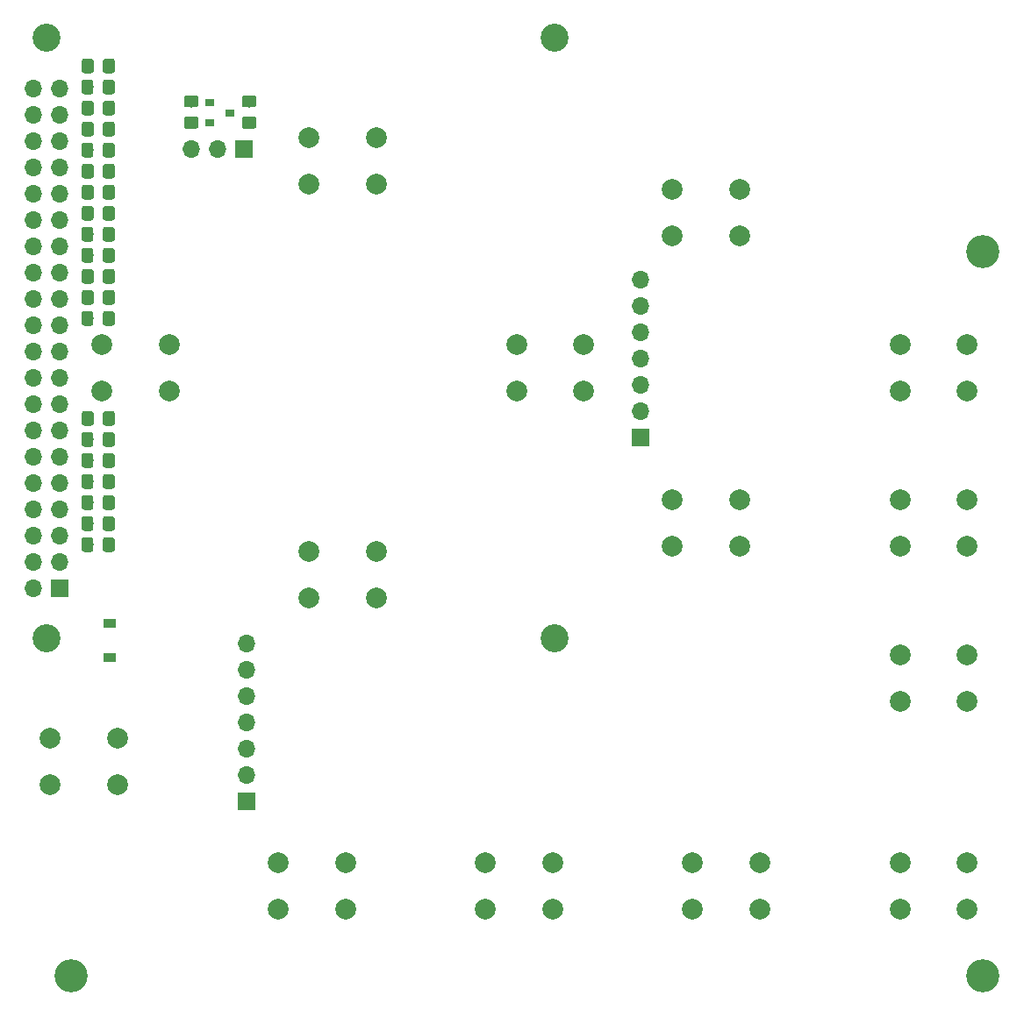
<source format=gts>
%TF.GenerationSoftware,KiCad,Pcbnew,(5.0.0-3-g5ebb6b6)*%
%TF.CreationDate,2018-10-09T22:59:36+02:00*%
%TF.ProjectId,CNC_Control_Panel,434E435F436F6E74726F6C5F50616E65,rev?*%
%TF.SameCoordinates,Original*%
%TF.FileFunction,Soldermask,Top*%
%TF.FilePolarity,Negative*%
%FSLAX46Y46*%
G04 Gerber Fmt 4.6, Leading zero omitted, Abs format (unit mm)*
G04 Created by KiCad (PCBNEW (5.0.0-3-g5ebb6b6)) date 2018 October 09, Tuesday 22:59:36*
%MOMM*%
%LPD*%
G01*
G04 APERTURE LIST*
%ADD10C,2.700000*%
%ADD11R,1.700000X1.700000*%
%ADD12O,1.700000X1.700000*%
%ADD13C,2.000000*%
%ADD14C,0.150000*%
%ADD15C,1.150000*%
%ADD16C,3.200000*%
%ADD17R,1.200000X0.900000*%
%ADD18R,0.900000X0.800000*%
G04 APERTURE END LIST*
D10*
X86906000Y-80875000D03*
D11*
X39176000Y-134005000D03*
D12*
X36636000Y-134005000D03*
X39176000Y-131465000D03*
X36636000Y-131465000D03*
X39176000Y-128925000D03*
X36636000Y-128925000D03*
X39176000Y-126385000D03*
X36636000Y-126385000D03*
X39176000Y-123845000D03*
X36636000Y-123845000D03*
X39176000Y-121305000D03*
X36636000Y-121305000D03*
X39176000Y-118765000D03*
X36636000Y-118765000D03*
X39176000Y-116225000D03*
X36636000Y-116225000D03*
X39176000Y-113685000D03*
X36636000Y-113685000D03*
X39176000Y-111145000D03*
X36636000Y-111145000D03*
X39176000Y-108605000D03*
X36636000Y-108605000D03*
X39176000Y-106065000D03*
X36636000Y-106065000D03*
X39176000Y-103525000D03*
X36636000Y-103525000D03*
X39176000Y-100985000D03*
X36636000Y-100985000D03*
X39176000Y-98445000D03*
X36636000Y-98445000D03*
X39176000Y-95905000D03*
X36636000Y-95905000D03*
X39176000Y-93365000D03*
X36636000Y-93365000D03*
X39176000Y-90825000D03*
X36636000Y-90825000D03*
X39176000Y-88285000D03*
X36636000Y-88285000D03*
X39176000Y-85745000D03*
X36636000Y-85745000D03*
D10*
X86906000Y-138875000D03*
X37906000Y-80875000D03*
X37906000Y-138875000D03*
D13*
X120272000Y-164978000D03*
X120272000Y-160478000D03*
X126772000Y-164978000D03*
X126772000Y-160478000D03*
X86772000Y-160478000D03*
X86772000Y-164978000D03*
X80272000Y-160478000D03*
X80272000Y-164978000D03*
X60272000Y-164978000D03*
X60272000Y-160478000D03*
X66772000Y-164978000D03*
X66772000Y-160478000D03*
X44772000Y-148478000D03*
X44772000Y-152978000D03*
X38272000Y-148478000D03*
X38272000Y-152978000D03*
X106772000Y-160478000D03*
X106772000Y-164978000D03*
X100272000Y-160478000D03*
X100272000Y-164978000D03*
X120272000Y-114978000D03*
X120272000Y-110478000D03*
X126772000Y-114978000D03*
X126772000Y-110478000D03*
X49772000Y-110478000D03*
X49772000Y-114978000D03*
X43272000Y-110478000D03*
X43272000Y-114978000D03*
X89772000Y-110478000D03*
X89772000Y-114978000D03*
X83272000Y-110478000D03*
X83272000Y-114978000D03*
X126772000Y-125478000D03*
X126772000Y-129978000D03*
X120272000Y-125478000D03*
X120272000Y-129978000D03*
X63272000Y-134978000D03*
X63272000Y-130478000D03*
X69772000Y-134978000D03*
X69772000Y-130478000D03*
X63272000Y-94978000D03*
X63272000Y-90478000D03*
X69772000Y-94978000D03*
X69772000Y-90478000D03*
X120272000Y-144978000D03*
X120272000Y-140478000D03*
X126772000Y-144978000D03*
X126772000Y-140478000D03*
X98272000Y-129978000D03*
X98272000Y-125478000D03*
X104772000Y-129978000D03*
X104772000Y-125478000D03*
X104772000Y-95478000D03*
X104772000Y-99978000D03*
X98272000Y-95478000D03*
X98272000Y-99978000D03*
D11*
X95272000Y-119478000D03*
D12*
X95272000Y-116938000D03*
X95272000Y-114398000D03*
X95272000Y-111858000D03*
X95272000Y-109318000D03*
X95272000Y-106778000D03*
X95272000Y-104238000D03*
D14*
G36*
X42223505Y-129103204D02*
X42247773Y-129106804D01*
X42271572Y-129112765D01*
X42294671Y-129121030D01*
X42316850Y-129131520D01*
X42337893Y-129144132D01*
X42357599Y-129158747D01*
X42375777Y-129175223D01*
X42392253Y-129193401D01*
X42406868Y-129213107D01*
X42419480Y-129234150D01*
X42429970Y-129256329D01*
X42438235Y-129279428D01*
X42444196Y-129303227D01*
X42447796Y-129327495D01*
X42449000Y-129351999D01*
X42449000Y-130252001D01*
X42447796Y-130276505D01*
X42444196Y-130300773D01*
X42438235Y-130324572D01*
X42429970Y-130347671D01*
X42419480Y-130369850D01*
X42406868Y-130390893D01*
X42392253Y-130410599D01*
X42375777Y-130428777D01*
X42357599Y-130445253D01*
X42337893Y-130459868D01*
X42316850Y-130472480D01*
X42294671Y-130482970D01*
X42271572Y-130491235D01*
X42247773Y-130497196D01*
X42223505Y-130500796D01*
X42199001Y-130502000D01*
X41548999Y-130502000D01*
X41524495Y-130500796D01*
X41500227Y-130497196D01*
X41476428Y-130491235D01*
X41453329Y-130482970D01*
X41431150Y-130472480D01*
X41410107Y-130459868D01*
X41390401Y-130445253D01*
X41372223Y-130428777D01*
X41355747Y-130410599D01*
X41341132Y-130390893D01*
X41328520Y-130369850D01*
X41318030Y-130347671D01*
X41309765Y-130324572D01*
X41303804Y-130300773D01*
X41300204Y-130276505D01*
X41299000Y-130252001D01*
X41299000Y-129351999D01*
X41300204Y-129327495D01*
X41303804Y-129303227D01*
X41309765Y-129279428D01*
X41318030Y-129256329D01*
X41328520Y-129234150D01*
X41341132Y-129213107D01*
X41355747Y-129193401D01*
X41372223Y-129175223D01*
X41390401Y-129158747D01*
X41410107Y-129144132D01*
X41431150Y-129131520D01*
X41453329Y-129121030D01*
X41476428Y-129112765D01*
X41500227Y-129106804D01*
X41524495Y-129103204D01*
X41548999Y-129102000D01*
X42199001Y-129102000D01*
X42223505Y-129103204D01*
X42223505Y-129103204D01*
G37*
D15*
X41874000Y-129802000D03*
D14*
G36*
X44273505Y-129103204D02*
X44297773Y-129106804D01*
X44321572Y-129112765D01*
X44344671Y-129121030D01*
X44366850Y-129131520D01*
X44387893Y-129144132D01*
X44407599Y-129158747D01*
X44425777Y-129175223D01*
X44442253Y-129193401D01*
X44456868Y-129213107D01*
X44469480Y-129234150D01*
X44479970Y-129256329D01*
X44488235Y-129279428D01*
X44494196Y-129303227D01*
X44497796Y-129327495D01*
X44499000Y-129351999D01*
X44499000Y-130252001D01*
X44497796Y-130276505D01*
X44494196Y-130300773D01*
X44488235Y-130324572D01*
X44479970Y-130347671D01*
X44469480Y-130369850D01*
X44456868Y-130390893D01*
X44442253Y-130410599D01*
X44425777Y-130428777D01*
X44407599Y-130445253D01*
X44387893Y-130459868D01*
X44366850Y-130472480D01*
X44344671Y-130482970D01*
X44321572Y-130491235D01*
X44297773Y-130497196D01*
X44273505Y-130500796D01*
X44249001Y-130502000D01*
X43598999Y-130502000D01*
X43574495Y-130500796D01*
X43550227Y-130497196D01*
X43526428Y-130491235D01*
X43503329Y-130482970D01*
X43481150Y-130472480D01*
X43460107Y-130459868D01*
X43440401Y-130445253D01*
X43422223Y-130428777D01*
X43405747Y-130410599D01*
X43391132Y-130390893D01*
X43378520Y-130369850D01*
X43368030Y-130347671D01*
X43359765Y-130324572D01*
X43353804Y-130300773D01*
X43350204Y-130276505D01*
X43349000Y-130252001D01*
X43349000Y-129351999D01*
X43350204Y-129327495D01*
X43353804Y-129303227D01*
X43359765Y-129279428D01*
X43368030Y-129256329D01*
X43378520Y-129234150D01*
X43391132Y-129213107D01*
X43405747Y-129193401D01*
X43422223Y-129175223D01*
X43440401Y-129158747D01*
X43460107Y-129144132D01*
X43481150Y-129131520D01*
X43503329Y-129121030D01*
X43526428Y-129112765D01*
X43550227Y-129106804D01*
X43574495Y-129103204D01*
X43598999Y-129102000D01*
X44249001Y-129102000D01*
X44273505Y-129103204D01*
X44273505Y-129103204D01*
G37*
D15*
X43924000Y-129802000D03*
D14*
G36*
X44291505Y-82875204D02*
X44315773Y-82878804D01*
X44339572Y-82884765D01*
X44362671Y-82893030D01*
X44384850Y-82903520D01*
X44405893Y-82916132D01*
X44425599Y-82930747D01*
X44443777Y-82947223D01*
X44460253Y-82965401D01*
X44474868Y-82985107D01*
X44487480Y-83006150D01*
X44497970Y-83028329D01*
X44506235Y-83051428D01*
X44512196Y-83075227D01*
X44515796Y-83099495D01*
X44517000Y-83123999D01*
X44517000Y-84024001D01*
X44515796Y-84048505D01*
X44512196Y-84072773D01*
X44506235Y-84096572D01*
X44497970Y-84119671D01*
X44487480Y-84141850D01*
X44474868Y-84162893D01*
X44460253Y-84182599D01*
X44443777Y-84200777D01*
X44425599Y-84217253D01*
X44405893Y-84231868D01*
X44384850Y-84244480D01*
X44362671Y-84254970D01*
X44339572Y-84263235D01*
X44315773Y-84269196D01*
X44291505Y-84272796D01*
X44267001Y-84274000D01*
X43616999Y-84274000D01*
X43592495Y-84272796D01*
X43568227Y-84269196D01*
X43544428Y-84263235D01*
X43521329Y-84254970D01*
X43499150Y-84244480D01*
X43478107Y-84231868D01*
X43458401Y-84217253D01*
X43440223Y-84200777D01*
X43423747Y-84182599D01*
X43409132Y-84162893D01*
X43396520Y-84141850D01*
X43386030Y-84119671D01*
X43377765Y-84096572D01*
X43371804Y-84072773D01*
X43368204Y-84048505D01*
X43367000Y-84024001D01*
X43367000Y-83123999D01*
X43368204Y-83099495D01*
X43371804Y-83075227D01*
X43377765Y-83051428D01*
X43386030Y-83028329D01*
X43396520Y-83006150D01*
X43409132Y-82985107D01*
X43423747Y-82965401D01*
X43440223Y-82947223D01*
X43458401Y-82930747D01*
X43478107Y-82916132D01*
X43499150Y-82903520D01*
X43521329Y-82893030D01*
X43544428Y-82884765D01*
X43568227Y-82878804D01*
X43592495Y-82875204D01*
X43616999Y-82874000D01*
X44267001Y-82874000D01*
X44291505Y-82875204D01*
X44291505Y-82875204D01*
G37*
D15*
X43942000Y-83574000D03*
D14*
G36*
X42241505Y-82875204D02*
X42265773Y-82878804D01*
X42289572Y-82884765D01*
X42312671Y-82893030D01*
X42334850Y-82903520D01*
X42355893Y-82916132D01*
X42375599Y-82930747D01*
X42393777Y-82947223D01*
X42410253Y-82965401D01*
X42424868Y-82985107D01*
X42437480Y-83006150D01*
X42447970Y-83028329D01*
X42456235Y-83051428D01*
X42462196Y-83075227D01*
X42465796Y-83099495D01*
X42467000Y-83123999D01*
X42467000Y-84024001D01*
X42465796Y-84048505D01*
X42462196Y-84072773D01*
X42456235Y-84096572D01*
X42447970Y-84119671D01*
X42437480Y-84141850D01*
X42424868Y-84162893D01*
X42410253Y-84182599D01*
X42393777Y-84200777D01*
X42375599Y-84217253D01*
X42355893Y-84231868D01*
X42334850Y-84244480D01*
X42312671Y-84254970D01*
X42289572Y-84263235D01*
X42265773Y-84269196D01*
X42241505Y-84272796D01*
X42217001Y-84274000D01*
X41566999Y-84274000D01*
X41542495Y-84272796D01*
X41518227Y-84269196D01*
X41494428Y-84263235D01*
X41471329Y-84254970D01*
X41449150Y-84244480D01*
X41428107Y-84231868D01*
X41408401Y-84217253D01*
X41390223Y-84200777D01*
X41373747Y-84182599D01*
X41359132Y-84162893D01*
X41346520Y-84141850D01*
X41336030Y-84119671D01*
X41327765Y-84096572D01*
X41321804Y-84072773D01*
X41318204Y-84048505D01*
X41317000Y-84024001D01*
X41317000Y-83123999D01*
X41318204Y-83099495D01*
X41321804Y-83075227D01*
X41327765Y-83051428D01*
X41336030Y-83028329D01*
X41346520Y-83006150D01*
X41359132Y-82985107D01*
X41373747Y-82965401D01*
X41390223Y-82947223D01*
X41408401Y-82930747D01*
X41428107Y-82916132D01*
X41449150Y-82903520D01*
X41471329Y-82893030D01*
X41494428Y-82884765D01*
X41518227Y-82878804D01*
X41542495Y-82875204D01*
X41566999Y-82874000D01*
X42217001Y-82874000D01*
X42241505Y-82875204D01*
X42241505Y-82875204D01*
G37*
D15*
X41892000Y-83574000D03*
D14*
G36*
X42223505Y-84907204D02*
X42247773Y-84910804D01*
X42271572Y-84916765D01*
X42294671Y-84925030D01*
X42316850Y-84935520D01*
X42337893Y-84948132D01*
X42357599Y-84962747D01*
X42375777Y-84979223D01*
X42392253Y-84997401D01*
X42406868Y-85017107D01*
X42419480Y-85038150D01*
X42429970Y-85060329D01*
X42438235Y-85083428D01*
X42444196Y-85107227D01*
X42447796Y-85131495D01*
X42449000Y-85155999D01*
X42449000Y-86056001D01*
X42447796Y-86080505D01*
X42444196Y-86104773D01*
X42438235Y-86128572D01*
X42429970Y-86151671D01*
X42419480Y-86173850D01*
X42406868Y-86194893D01*
X42392253Y-86214599D01*
X42375777Y-86232777D01*
X42357599Y-86249253D01*
X42337893Y-86263868D01*
X42316850Y-86276480D01*
X42294671Y-86286970D01*
X42271572Y-86295235D01*
X42247773Y-86301196D01*
X42223505Y-86304796D01*
X42199001Y-86306000D01*
X41548999Y-86306000D01*
X41524495Y-86304796D01*
X41500227Y-86301196D01*
X41476428Y-86295235D01*
X41453329Y-86286970D01*
X41431150Y-86276480D01*
X41410107Y-86263868D01*
X41390401Y-86249253D01*
X41372223Y-86232777D01*
X41355747Y-86214599D01*
X41341132Y-86194893D01*
X41328520Y-86173850D01*
X41318030Y-86151671D01*
X41309765Y-86128572D01*
X41303804Y-86104773D01*
X41300204Y-86080505D01*
X41299000Y-86056001D01*
X41299000Y-85155999D01*
X41300204Y-85131495D01*
X41303804Y-85107227D01*
X41309765Y-85083428D01*
X41318030Y-85060329D01*
X41328520Y-85038150D01*
X41341132Y-85017107D01*
X41355747Y-84997401D01*
X41372223Y-84979223D01*
X41390401Y-84962747D01*
X41410107Y-84948132D01*
X41431150Y-84935520D01*
X41453329Y-84925030D01*
X41476428Y-84916765D01*
X41500227Y-84910804D01*
X41524495Y-84907204D01*
X41548999Y-84906000D01*
X42199001Y-84906000D01*
X42223505Y-84907204D01*
X42223505Y-84907204D01*
G37*
D15*
X41874000Y-85606000D03*
D14*
G36*
X44273505Y-84907204D02*
X44297773Y-84910804D01*
X44321572Y-84916765D01*
X44344671Y-84925030D01*
X44366850Y-84935520D01*
X44387893Y-84948132D01*
X44407599Y-84962747D01*
X44425777Y-84979223D01*
X44442253Y-84997401D01*
X44456868Y-85017107D01*
X44469480Y-85038150D01*
X44479970Y-85060329D01*
X44488235Y-85083428D01*
X44494196Y-85107227D01*
X44497796Y-85131495D01*
X44499000Y-85155999D01*
X44499000Y-86056001D01*
X44497796Y-86080505D01*
X44494196Y-86104773D01*
X44488235Y-86128572D01*
X44479970Y-86151671D01*
X44469480Y-86173850D01*
X44456868Y-86194893D01*
X44442253Y-86214599D01*
X44425777Y-86232777D01*
X44407599Y-86249253D01*
X44387893Y-86263868D01*
X44366850Y-86276480D01*
X44344671Y-86286970D01*
X44321572Y-86295235D01*
X44297773Y-86301196D01*
X44273505Y-86304796D01*
X44249001Y-86306000D01*
X43598999Y-86306000D01*
X43574495Y-86304796D01*
X43550227Y-86301196D01*
X43526428Y-86295235D01*
X43503329Y-86286970D01*
X43481150Y-86276480D01*
X43460107Y-86263868D01*
X43440401Y-86249253D01*
X43422223Y-86232777D01*
X43405747Y-86214599D01*
X43391132Y-86194893D01*
X43378520Y-86173850D01*
X43368030Y-86151671D01*
X43359765Y-86128572D01*
X43353804Y-86104773D01*
X43350204Y-86080505D01*
X43349000Y-86056001D01*
X43349000Y-85155999D01*
X43350204Y-85131495D01*
X43353804Y-85107227D01*
X43359765Y-85083428D01*
X43368030Y-85060329D01*
X43378520Y-85038150D01*
X43391132Y-85017107D01*
X43405747Y-84997401D01*
X43422223Y-84979223D01*
X43440401Y-84962747D01*
X43460107Y-84948132D01*
X43481150Y-84935520D01*
X43503329Y-84925030D01*
X43526428Y-84916765D01*
X43550227Y-84910804D01*
X43574495Y-84907204D01*
X43598999Y-84906000D01*
X44249001Y-84906000D01*
X44273505Y-84907204D01*
X44273505Y-84907204D01*
G37*
D15*
X43924000Y-85606000D03*
D14*
G36*
X44273505Y-91003204D02*
X44297773Y-91006804D01*
X44321572Y-91012765D01*
X44344671Y-91021030D01*
X44366850Y-91031520D01*
X44387893Y-91044132D01*
X44407599Y-91058747D01*
X44425777Y-91075223D01*
X44442253Y-91093401D01*
X44456868Y-91113107D01*
X44469480Y-91134150D01*
X44479970Y-91156329D01*
X44488235Y-91179428D01*
X44494196Y-91203227D01*
X44497796Y-91227495D01*
X44499000Y-91251999D01*
X44499000Y-92152001D01*
X44497796Y-92176505D01*
X44494196Y-92200773D01*
X44488235Y-92224572D01*
X44479970Y-92247671D01*
X44469480Y-92269850D01*
X44456868Y-92290893D01*
X44442253Y-92310599D01*
X44425777Y-92328777D01*
X44407599Y-92345253D01*
X44387893Y-92359868D01*
X44366850Y-92372480D01*
X44344671Y-92382970D01*
X44321572Y-92391235D01*
X44297773Y-92397196D01*
X44273505Y-92400796D01*
X44249001Y-92402000D01*
X43598999Y-92402000D01*
X43574495Y-92400796D01*
X43550227Y-92397196D01*
X43526428Y-92391235D01*
X43503329Y-92382970D01*
X43481150Y-92372480D01*
X43460107Y-92359868D01*
X43440401Y-92345253D01*
X43422223Y-92328777D01*
X43405747Y-92310599D01*
X43391132Y-92290893D01*
X43378520Y-92269850D01*
X43368030Y-92247671D01*
X43359765Y-92224572D01*
X43353804Y-92200773D01*
X43350204Y-92176505D01*
X43349000Y-92152001D01*
X43349000Y-91251999D01*
X43350204Y-91227495D01*
X43353804Y-91203227D01*
X43359765Y-91179428D01*
X43368030Y-91156329D01*
X43378520Y-91134150D01*
X43391132Y-91113107D01*
X43405747Y-91093401D01*
X43422223Y-91075223D01*
X43440401Y-91058747D01*
X43460107Y-91044132D01*
X43481150Y-91031520D01*
X43503329Y-91021030D01*
X43526428Y-91012765D01*
X43550227Y-91006804D01*
X43574495Y-91003204D01*
X43598999Y-91002000D01*
X44249001Y-91002000D01*
X44273505Y-91003204D01*
X44273505Y-91003204D01*
G37*
D15*
X43924000Y-91702000D03*
D14*
G36*
X42223505Y-91003204D02*
X42247773Y-91006804D01*
X42271572Y-91012765D01*
X42294671Y-91021030D01*
X42316850Y-91031520D01*
X42337893Y-91044132D01*
X42357599Y-91058747D01*
X42375777Y-91075223D01*
X42392253Y-91093401D01*
X42406868Y-91113107D01*
X42419480Y-91134150D01*
X42429970Y-91156329D01*
X42438235Y-91179428D01*
X42444196Y-91203227D01*
X42447796Y-91227495D01*
X42449000Y-91251999D01*
X42449000Y-92152001D01*
X42447796Y-92176505D01*
X42444196Y-92200773D01*
X42438235Y-92224572D01*
X42429970Y-92247671D01*
X42419480Y-92269850D01*
X42406868Y-92290893D01*
X42392253Y-92310599D01*
X42375777Y-92328777D01*
X42357599Y-92345253D01*
X42337893Y-92359868D01*
X42316850Y-92372480D01*
X42294671Y-92382970D01*
X42271572Y-92391235D01*
X42247773Y-92397196D01*
X42223505Y-92400796D01*
X42199001Y-92402000D01*
X41548999Y-92402000D01*
X41524495Y-92400796D01*
X41500227Y-92397196D01*
X41476428Y-92391235D01*
X41453329Y-92382970D01*
X41431150Y-92372480D01*
X41410107Y-92359868D01*
X41390401Y-92345253D01*
X41372223Y-92328777D01*
X41355747Y-92310599D01*
X41341132Y-92290893D01*
X41328520Y-92269850D01*
X41318030Y-92247671D01*
X41309765Y-92224572D01*
X41303804Y-92200773D01*
X41300204Y-92176505D01*
X41299000Y-92152001D01*
X41299000Y-91251999D01*
X41300204Y-91227495D01*
X41303804Y-91203227D01*
X41309765Y-91179428D01*
X41318030Y-91156329D01*
X41328520Y-91134150D01*
X41341132Y-91113107D01*
X41355747Y-91093401D01*
X41372223Y-91075223D01*
X41390401Y-91058747D01*
X41410107Y-91044132D01*
X41431150Y-91031520D01*
X41453329Y-91021030D01*
X41476428Y-91012765D01*
X41500227Y-91006804D01*
X41524495Y-91003204D01*
X41548999Y-91002000D01*
X42199001Y-91002000D01*
X42223505Y-91003204D01*
X42223505Y-91003204D01*
G37*
D15*
X41874000Y-91702000D03*
D14*
G36*
X42223505Y-107259204D02*
X42247773Y-107262804D01*
X42271572Y-107268765D01*
X42294671Y-107277030D01*
X42316850Y-107287520D01*
X42337893Y-107300132D01*
X42357599Y-107314747D01*
X42375777Y-107331223D01*
X42392253Y-107349401D01*
X42406868Y-107369107D01*
X42419480Y-107390150D01*
X42429970Y-107412329D01*
X42438235Y-107435428D01*
X42444196Y-107459227D01*
X42447796Y-107483495D01*
X42449000Y-107507999D01*
X42449000Y-108408001D01*
X42447796Y-108432505D01*
X42444196Y-108456773D01*
X42438235Y-108480572D01*
X42429970Y-108503671D01*
X42419480Y-108525850D01*
X42406868Y-108546893D01*
X42392253Y-108566599D01*
X42375777Y-108584777D01*
X42357599Y-108601253D01*
X42337893Y-108615868D01*
X42316850Y-108628480D01*
X42294671Y-108638970D01*
X42271572Y-108647235D01*
X42247773Y-108653196D01*
X42223505Y-108656796D01*
X42199001Y-108658000D01*
X41548999Y-108658000D01*
X41524495Y-108656796D01*
X41500227Y-108653196D01*
X41476428Y-108647235D01*
X41453329Y-108638970D01*
X41431150Y-108628480D01*
X41410107Y-108615868D01*
X41390401Y-108601253D01*
X41372223Y-108584777D01*
X41355747Y-108566599D01*
X41341132Y-108546893D01*
X41328520Y-108525850D01*
X41318030Y-108503671D01*
X41309765Y-108480572D01*
X41303804Y-108456773D01*
X41300204Y-108432505D01*
X41299000Y-108408001D01*
X41299000Y-107507999D01*
X41300204Y-107483495D01*
X41303804Y-107459227D01*
X41309765Y-107435428D01*
X41318030Y-107412329D01*
X41328520Y-107390150D01*
X41341132Y-107369107D01*
X41355747Y-107349401D01*
X41372223Y-107331223D01*
X41390401Y-107314747D01*
X41410107Y-107300132D01*
X41431150Y-107287520D01*
X41453329Y-107277030D01*
X41476428Y-107268765D01*
X41500227Y-107262804D01*
X41524495Y-107259204D01*
X41548999Y-107258000D01*
X42199001Y-107258000D01*
X42223505Y-107259204D01*
X42223505Y-107259204D01*
G37*
D15*
X41874000Y-107958000D03*
D14*
G36*
X44273505Y-107259204D02*
X44297773Y-107262804D01*
X44321572Y-107268765D01*
X44344671Y-107277030D01*
X44366850Y-107287520D01*
X44387893Y-107300132D01*
X44407599Y-107314747D01*
X44425777Y-107331223D01*
X44442253Y-107349401D01*
X44456868Y-107369107D01*
X44469480Y-107390150D01*
X44479970Y-107412329D01*
X44488235Y-107435428D01*
X44494196Y-107459227D01*
X44497796Y-107483495D01*
X44499000Y-107507999D01*
X44499000Y-108408001D01*
X44497796Y-108432505D01*
X44494196Y-108456773D01*
X44488235Y-108480572D01*
X44479970Y-108503671D01*
X44469480Y-108525850D01*
X44456868Y-108546893D01*
X44442253Y-108566599D01*
X44425777Y-108584777D01*
X44407599Y-108601253D01*
X44387893Y-108615868D01*
X44366850Y-108628480D01*
X44344671Y-108638970D01*
X44321572Y-108647235D01*
X44297773Y-108653196D01*
X44273505Y-108656796D01*
X44249001Y-108658000D01*
X43598999Y-108658000D01*
X43574495Y-108656796D01*
X43550227Y-108653196D01*
X43526428Y-108647235D01*
X43503329Y-108638970D01*
X43481150Y-108628480D01*
X43460107Y-108615868D01*
X43440401Y-108601253D01*
X43422223Y-108584777D01*
X43405747Y-108566599D01*
X43391132Y-108546893D01*
X43378520Y-108525850D01*
X43368030Y-108503671D01*
X43359765Y-108480572D01*
X43353804Y-108456773D01*
X43350204Y-108432505D01*
X43349000Y-108408001D01*
X43349000Y-107507999D01*
X43350204Y-107483495D01*
X43353804Y-107459227D01*
X43359765Y-107435428D01*
X43368030Y-107412329D01*
X43378520Y-107390150D01*
X43391132Y-107369107D01*
X43405747Y-107349401D01*
X43422223Y-107331223D01*
X43440401Y-107314747D01*
X43460107Y-107300132D01*
X43481150Y-107287520D01*
X43503329Y-107277030D01*
X43526428Y-107268765D01*
X43550227Y-107262804D01*
X43574495Y-107259204D01*
X43598999Y-107258000D01*
X44249001Y-107258000D01*
X44273505Y-107259204D01*
X44273505Y-107259204D01*
G37*
D15*
X43924000Y-107958000D03*
D14*
G36*
X44273505Y-118943204D02*
X44297773Y-118946804D01*
X44321572Y-118952765D01*
X44344671Y-118961030D01*
X44366850Y-118971520D01*
X44387893Y-118984132D01*
X44407599Y-118998747D01*
X44425777Y-119015223D01*
X44442253Y-119033401D01*
X44456868Y-119053107D01*
X44469480Y-119074150D01*
X44479970Y-119096329D01*
X44488235Y-119119428D01*
X44494196Y-119143227D01*
X44497796Y-119167495D01*
X44499000Y-119191999D01*
X44499000Y-120092001D01*
X44497796Y-120116505D01*
X44494196Y-120140773D01*
X44488235Y-120164572D01*
X44479970Y-120187671D01*
X44469480Y-120209850D01*
X44456868Y-120230893D01*
X44442253Y-120250599D01*
X44425777Y-120268777D01*
X44407599Y-120285253D01*
X44387893Y-120299868D01*
X44366850Y-120312480D01*
X44344671Y-120322970D01*
X44321572Y-120331235D01*
X44297773Y-120337196D01*
X44273505Y-120340796D01*
X44249001Y-120342000D01*
X43598999Y-120342000D01*
X43574495Y-120340796D01*
X43550227Y-120337196D01*
X43526428Y-120331235D01*
X43503329Y-120322970D01*
X43481150Y-120312480D01*
X43460107Y-120299868D01*
X43440401Y-120285253D01*
X43422223Y-120268777D01*
X43405747Y-120250599D01*
X43391132Y-120230893D01*
X43378520Y-120209850D01*
X43368030Y-120187671D01*
X43359765Y-120164572D01*
X43353804Y-120140773D01*
X43350204Y-120116505D01*
X43349000Y-120092001D01*
X43349000Y-119191999D01*
X43350204Y-119167495D01*
X43353804Y-119143227D01*
X43359765Y-119119428D01*
X43368030Y-119096329D01*
X43378520Y-119074150D01*
X43391132Y-119053107D01*
X43405747Y-119033401D01*
X43422223Y-119015223D01*
X43440401Y-118998747D01*
X43460107Y-118984132D01*
X43481150Y-118971520D01*
X43503329Y-118961030D01*
X43526428Y-118952765D01*
X43550227Y-118946804D01*
X43574495Y-118943204D01*
X43598999Y-118942000D01*
X44249001Y-118942000D01*
X44273505Y-118943204D01*
X44273505Y-118943204D01*
G37*
D15*
X43924000Y-119642000D03*
D14*
G36*
X42223505Y-118943204D02*
X42247773Y-118946804D01*
X42271572Y-118952765D01*
X42294671Y-118961030D01*
X42316850Y-118971520D01*
X42337893Y-118984132D01*
X42357599Y-118998747D01*
X42375777Y-119015223D01*
X42392253Y-119033401D01*
X42406868Y-119053107D01*
X42419480Y-119074150D01*
X42429970Y-119096329D01*
X42438235Y-119119428D01*
X42444196Y-119143227D01*
X42447796Y-119167495D01*
X42449000Y-119191999D01*
X42449000Y-120092001D01*
X42447796Y-120116505D01*
X42444196Y-120140773D01*
X42438235Y-120164572D01*
X42429970Y-120187671D01*
X42419480Y-120209850D01*
X42406868Y-120230893D01*
X42392253Y-120250599D01*
X42375777Y-120268777D01*
X42357599Y-120285253D01*
X42337893Y-120299868D01*
X42316850Y-120312480D01*
X42294671Y-120322970D01*
X42271572Y-120331235D01*
X42247773Y-120337196D01*
X42223505Y-120340796D01*
X42199001Y-120342000D01*
X41548999Y-120342000D01*
X41524495Y-120340796D01*
X41500227Y-120337196D01*
X41476428Y-120331235D01*
X41453329Y-120322970D01*
X41431150Y-120312480D01*
X41410107Y-120299868D01*
X41390401Y-120285253D01*
X41372223Y-120268777D01*
X41355747Y-120250599D01*
X41341132Y-120230893D01*
X41328520Y-120209850D01*
X41318030Y-120187671D01*
X41309765Y-120164572D01*
X41303804Y-120140773D01*
X41300204Y-120116505D01*
X41299000Y-120092001D01*
X41299000Y-119191999D01*
X41300204Y-119167495D01*
X41303804Y-119143227D01*
X41309765Y-119119428D01*
X41318030Y-119096329D01*
X41328520Y-119074150D01*
X41341132Y-119053107D01*
X41355747Y-119033401D01*
X41372223Y-119015223D01*
X41390401Y-118998747D01*
X41410107Y-118984132D01*
X41431150Y-118971520D01*
X41453329Y-118961030D01*
X41476428Y-118952765D01*
X41500227Y-118946804D01*
X41524495Y-118943204D01*
X41548999Y-118942000D01*
X42199001Y-118942000D01*
X42223505Y-118943204D01*
X42223505Y-118943204D01*
G37*
D15*
X41874000Y-119642000D03*
D14*
G36*
X42223505Y-120975204D02*
X42247773Y-120978804D01*
X42271572Y-120984765D01*
X42294671Y-120993030D01*
X42316850Y-121003520D01*
X42337893Y-121016132D01*
X42357599Y-121030747D01*
X42375777Y-121047223D01*
X42392253Y-121065401D01*
X42406868Y-121085107D01*
X42419480Y-121106150D01*
X42429970Y-121128329D01*
X42438235Y-121151428D01*
X42444196Y-121175227D01*
X42447796Y-121199495D01*
X42449000Y-121223999D01*
X42449000Y-122124001D01*
X42447796Y-122148505D01*
X42444196Y-122172773D01*
X42438235Y-122196572D01*
X42429970Y-122219671D01*
X42419480Y-122241850D01*
X42406868Y-122262893D01*
X42392253Y-122282599D01*
X42375777Y-122300777D01*
X42357599Y-122317253D01*
X42337893Y-122331868D01*
X42316850Y-122344480D01*
X42294671Y-122354970D01*
X42271572Y-122363235D01*
X42247773Y-122369196D01*
X42223505Y-122372796D01*
X42199001Y-122374000D01*
X41548999Y-122374000D01*
X41524495Y-122372796D01*
X41500227Y-122369196D01*
X41476428Y-122363235D01*
X41453329Y-122354970D01*
X41431150Y-122344480D01*
X41410107Y-122331868D01*
X41390401Y-122317253D01*
X41372223Y-122300777D01*
X41355747Y-122282599D01*
X41341132Y-122262893D01*
X41328520Y-122241850D01*
X41318030Y-122219671D01*
X41309765Y-122196572D01*
X41303804Y-122172773D01*
X41300204Y-122148505D01*
X41299000Y-122124001D01*
X41299000Y-121223999D01*
X41300204Y-121199495D01*
X41303804Y-121175227D01*
X41309765Y-121151428D01*
X41318030Y-121128329D01*
X41328520Y-121106150D01*
X41341132Y-121085107D01*
X41355747Y-121065401D01*
X41372223Y-121047223D01*
X41390401Y-121030747D01*
X41410107Y-121016132D01*
X41431150Y-121003520D01*
X41453329Y-120993030D01*
X41476428Y-120984765D01*
X41500227Y-120978804D01*
X41524495Y-120975204D01*
X41548999Y-120974000D01*
X42199001Y-120974000D01*
X42223505Y-120975204D01*
X42223505Y-120975204D01*
G37*
D15*
X41874000Y-121674000D03*
D14*
G36*
X44273505Y-120975204D02*
X44297773Y-120978804D01*
X44321572Y-120984765D01*
X44344671Y-120993030D01*
X44366850Y-121003520D01*
X44387893Y-121016132D01*
X44407599Y-121030747D01*
X44425777Y-121047223D01*
X44442253Y-121065401D01*
X44456868Y-121085107D01*
X44469480Y-121106150D01*
X44479970Y-121128329D01*
X44488235Y-121151428D01*
X44494196Y-121175227D01*
X44497796Y-121199495D01*
X44499000Y-121223999D01*
X44499000Y-122124001D01*
X44497796Y-122148505D01*
X44494196Y-122172773D01*
X44488235Y-122196572D01*
X44479970Y-122219671D01*
X44469480Y-122241850D01*
X44456868Y-122262893D01*
X44442253Y-122282599D01*
X44425777Y-122300777D01*
X44407599Y-122317253D01*
X44387893Y-122331868D01*
X44366850Y-122344480D01*
X44344671Y-122354970D01*
X44321572Y-122363235D01*
X44297773Y-122369196D01*
X44273505Y-122372796D01*
X44249001Y-122374000D01*
X43598999Y-122374000D01*
X43574495Y-122372796D01*
X43550227Y-122369196D01*
X43526428Y-122363235D01*
X43503329Y-122354970D01*
X43481150Y-122344480D01*
X43460107Y-122331868D01*
X43440401Y-122317253D01*
X43422223Y-122300777D01*
X43405747Y-122282599D01*
X43391132Y-122262893D01*
X43378520Y-122241850D01*
X43368030Y-122219671D01*
X43359765Y-122196572D01*
X43353804Y-122172773D01*
X43350204Y-122148505D01*
X43349000Y-122124001D01*
X43349000Y-121223999D01*
X43350204Y-121199495D01*
X43353804Y-121175227D01*
X43359765Y-121151428D01*
X43368030Y-121128329D01*
X43378520Y-121106150D01*
X43391132Y-121085107D01*
X43405747Y-121065401D01*
X43422223Y-121047223D01*
X43440401Y-121030747D01*
X43460107Y-121016132D01*
X43481150Y-121003520D01*
X43503329Y-120993030D01*
X43526428Y-120984765D01*
X43550227Y-120978804D01*
X43574495Y-120975204D01*
X43598999Y-120974000D01*
X44249001Y-120974000D01*
X44273505Y-120975204D01*
X44273505Y-120975204D01*
G37*
D15*
X43924000Y-121674000D03*
D14*
G36*
X44273505Y-123007204D02*
X44297773Y-123010804D01*
X44321572Y-123016765D01*
X44344671Y-123025030D01*
X44366850Y-123035520D01*
X44387893Y-123048132D01*
X44407599Y-123062747D01*
X44425777Y-123079223D01*
X44442253Y-123097401D01*
X44456868Y-123117107D01*
X44469480Y-123138150D01*
X44479970Y-123160329D01*
X44488235Y-123183428D01*
X44494196Y-123207227D01*
X44497796Y-123231495D01*
X44499000Y-123255999D01*
X44499000Y-124156001D01*
X44497796Y-124180505D01*
X44494196Y-124204773D01*
X44488235Y-124228572D01*
X44479970Y-124251671D01*
X44469480Y-124273850D01*
X44456868Y-124294893D01*
X44442253Y-124314599D01*
X44425777Y-124332777D01*
X44407599Y-124349253D01*
X44387893Y-124363868D01*
X44366850Y-124376480D01*
X44344671Y-124386970D01*
X44321572Y-124395235D01*
X44297773Y-124401196D01*
X44273505Y-124404796D01*
X44249001Y-124406000D01*
X43598999Y-124406000D01*
X43574495Y-124404796D01*
X43550227Y-124401196D01*
X43526428Y-124395235D01*
X43503329Y-124386970D01*
X43481150Y-124376480D01*
X43460107Y-124363868D01*
X43440401Y-124349253D01*
X43422223Y-124332777D01*
X43405747Y-124314599D01*
X43391132Y-124294893D01*
X43378520Y-124273850D01*
X43368030Y-124251671D01*
X43359765Y-124228572D01*
X43353804Y-124204773D01*
X43350204Y-124180505D01*
X43349000Y-124156001D01*
X43349000Y-123255999D01*
X43350204Y-123231495D01*
X43353804Y-123207227D01*
X43359765Y-123183428D01*
X43368030Y-123160329D01*
X43378520Y-123138150D01*
X43391132Y-123117107D01*
X43405747Y-123097401D01*
X43422223Y-123079223D01*
X43440401Y-123062747D01*
X43460107Y-123048132D01*
X43481150Y-123035520D01*
X43503329Y-123025030D01*
X43526428Y-123016765D01*
X43550227Y-123010804D01*
X43574495Y-123007204D01*
X43598999Y-123006000D01*
X44249001Y-123006000D01*
X44273505Y-123007204D01*
X44273505Y-123007204D01*
G37*
D15*
X43924000Y-123706000D03*
D14*
G36*
X42223505Y-123007204D02*
X42247773Y-123010804D01*
X42271572Y-123016765D01*
X42294671Y-123025030D01*
X42316850Y-123035520D01*
X42337893Y-123048132D01*
X42357599Y-123062747D01*
X42375777Y-123079223D01*
X42392253Y-123097401D01*
X42406868Y-123117107D01*
X42419480Y-123138150D01*
X42429970Y-123160329D01*
X42438235Y-123183428D01*
X42444196Y-123207227D01*
X42447796Y-123231495D01*
X42449000Y-123255999D01*
X42449000Y-124156001D01*
X42447796Y-124180505D01*
X42444196Y-124204773D01*
X42438235Y-124228572D01*
X42429970Y-124251671D01*
X42419480Y-124273850D01*
X42406868Y-124294893D01*
X42392253Y-124314599D01*
X42375777Y-124332777D01*
X42357599Y-124349253D01*
X42337893Y-124363868D01*
X42316850Y-124376480D01*
X42294671Y-124386970D01*
X42271572Y-124395235D01*
X42247773Y-124401196D01*
X42223505Y-124404796D01*
X42199001Y-124406000D01*
X41548999Y-124406000D01*
X41524495Y-124404796D01*
X41500227Y-124401196D01*
X41476428Y-124395235D01*
X41453329Y-124386970D01*
X41431150Y-124376480D01*
X41410107Y-124363868D01*
X41390401Y-124349253D01*
X41372223Y-124332777D01*
X41355747Y-124314599D01*
X41341132Y-124294893D01*
X41328520Y-124273850D01*
X41318030Y-124251671D01*
X41309765Y-124228572D01*
X41303804Y-124204773D01*
X41300204Y-124180505D01*
X41299000Y-124156001D01*
X41299000Y-123255999D01*
X41300204Y-123231495D01*
X41303804Y-123207227D01*
X41309765Y-123183428D01*
X41318030Y-123160329D01*
X41328520Y-123138150D01*
X41341132Y-123117107D01*
X41355747Y-123097401D01*
X41372223Y-123079223D01*
X41390401Y-123062747D01*
X41410107Y-123048132D01*
X41431150Y-123035520D01*
X41453329Y-123025030D01*
X41476428Y-123016765D01*
X41500227Y-123010804D01*
X41524495Y-123007204D01*
X41548999Y-123006000D01*
X42199001Y-123006000D01*
X42223505Y-123007204D01*
X42223505Y-123007204D01*
G37*
D15*
X41874000Y-123706000D03*
D14*
G36*
X42241505Y-105227204D02*
X42265773Y-105230804D01*
X42289572Y-105236765D01*
X42312671Y-105245030D01*
X42334850Y-105255520D01*
X42355893Y-105268132D01*
X42375599Y-105282747D01*
X42393777Y-105299223D01*
X42410253Y-105317401D01*
X42424868Y-105337107D01*
X42437480Y-105358150D01*
X42447970Y-105380329D01*
X42456235Y-105403428D01*
X42462196Y-105427227D01*
X42465796Y-105451495D01*
X42467000Y-105475999D01*
X42467000Y-106376001D01*
X42465796Y-106400505D01*
X42462196Y-106424773D01*
X42456235Y-106448572D01*
X42447970Y-106471671D01*
X42437480Y-106493850D01*
X42424868Y-106514893D01*
X42410253Y-106534599D01*
X42393777Y-106552777D01*
X42375599Y-106569253D01*
X42355893Y-106583868D01*
X42334850Y-106596480D01*
X42312671Y-106606970D01*
X42289572Y-106615235D01*
X42265773Y-106621196D01*
X42241505Y-106624796D01*
X42217001Y-106626000D01*
X41566999Y-106626000D01*
X41542495Y-106624796D01*
X41518227Y-106621196D01*
X41494428Y-106615235D01*
X41471329Y-106606970D01*
X41449150Y-106596480D01*
X41428107Y-106583868D01*
X41408401Y-106569253D01*
X41390223Y-106552777D01*
X41373747Y-106534599D01*
X41359132Y-106514893D01*
X41346520Y-106493850D01*
X41336030Y-106471671D01*
X41327765Y-106448572D01*
X41321804Y-106424773D01*
X41318204Y-106400505D01*
X41317000Y-106376001D01*
X41317000Y-105475999D01*
X41318204Y-105451495D01*
X41321804Y-105427227D01*
X41327765Y-105403428D01*
X41336030Y-105380329D01*
X41346520Y-105358150D01*
X41359132Y-105337107D01*
X41373747Y-105317401D01*
X41390223Y-105299223D01*
X41408401Y-105282747D01*
X41428107Y-105268132D01*
X41449150Y-105255520D01*
X41471329Y-105245030D01*
X41494428Y-105236765D01*
X41518227Y-105230804D01*
X41542495Y-105227204D01*
X41566999Y-105226000D01*
X42217001Y-105226000D01*
X42241505Y-105227204D01*
X42241505Y-105227204D01*
G37*
D15*
X41892000Y-105926000D03*
D14*
G36*
X44291505Y-105227204D02*
X44315773Y-105230804D01*
X44339572Y-105236765D01*
X44362671Y-105245030D01*
X44384850Y-105255520D01*
X44405893Y-105268132D01*
X44425599Y-105282747D01*
X44443777Y-105299223D01*
X44460253Y-105317401D01*
X44474868Y-105337107D01*
X44487480Y-105358150D01*
X44497970Y-105380329D01*
X44506235Y-105403428D01*
X44512196Y-105427227D01*
X44515796Y-105451495D01*
X44517000Y-105475999D01*
X44517000Y-106376001D01*
X44515796Y-106400505D01*
X44512196Y-106424773D01*
X44506235Y-106448572D01*
X44497970Y-106471671D01*
X44487480Y-106493850D01*
X44474868Y-106514893D01*
X44460253Y-106534599D01*
X44443777Y-106552777D01*
X44425599Y-106569253D01*
X44405893Y-106583868D01*
X44384850Y-106596480D01*
X44362671Y-106606970D01*
X44339572Y-106615235D01*
X44315773Y-106621196D01*
X44291505Y-106624796D01*
X44267001Y-106626000D01*
X43616999Y-106626000D01*
X43592495Y-106624796D01*
X43568227Y-106621196D01*
X43544428Y-106615235D01*
X43521329Y-106606970D01*
X43499150Y-106596480D01*
X43478107Y-106583868D01*
X43458401Y-106569253D01*
X43440223Y-106552777D01*
X43423747Y-106534599D01*
X43409132Y-106514893D01*
X43396520Y-106493850D01*
X43386030Y-106471671D01*
X43377765Y-106448572D01*
X43371804Y-106424773D01*
X43368204Y-106400505D01*
X43367000Y-106376001D01*
X43367000Y-105475999D01*
X43368204Y-105451495D01*
X43371804Y-105427227D01*
X43377765Y-105403428D01*
X43386030Y-105380329D01*
X43396520Y-105358150D01*
X43409132Y-105337107D01*
X43423747Y-105317401D01*
X43440223Y-105299223D01*
X43458401Y-105282747D01*
X43478107Y-105268132D01*
X43499150Y-105255520D01*
X43521329Y-105245030D01*
X43544428Y-105236765D01*
X43568227Y-105230804D01*
X43592495Y-105227204D01*
X43616999Y-105226000D01*
X44267001Y-105226000D01*
X44291505Y-105227204D01*
X44291505Y-105227204D01*
G37*
D15*
X43942000Y-105926000D03*
D14*
G36*
X44273505Y-125039204D02*
X44297773Y-125042804D01*
X44321572Y-125048765D01*
X44344671Y-125057030D01*
X44366850Y-125067520D01*
X44387893Y-125080132D01*
X44407599Y-125094747D01*
X44425777Y-125111223D01*
X44442253Y-125129401D01*
X44456868Y-125149107D01*
X44469480Y-125170150D01*
X44479970Y-125192329D01*
X44488235Y-125215428D01*
X44494196Y-125239227D01*
X44497796Y-125263495D01*
X44499000Y-125287999D01*
X44499000Y-126188001D01*
X44497796Y-126212505D01*
X44494196Y-126236773D01*
X44488235Y-126260572D01*
X44479970Y-126283671D01*
X44469480Y-126305850D01*
X44456868Y-126326893D01*
X44442253Y-126346599D01*
X44425777Y-126364777D01*
X44407599Y-126381253D01*
X44387893Y-126395868D01*
X44366850Y-126408480D01*
X44344671Y-126418970D01*
X44321572Y-126427235D01*
X44297773Y-126433196D01*
X44273505Y-126436796D01*
X44249001Y-126438000D01*
X43598999Y-126438000D01*
X43574495Y-126436796D01*
X43550227Y-126433196D01*
X43526428Y-126427235D01*
X43503329Y-126418970D01*
X43481150Y-126408480D01*
X43460107Y-126395868D01*
X43440401Y-126381253D01*
X43422223Y-126364777D01*
X43405747Y-126346599D01*
X43391132Y-126326893D01*
X43378520Y-126305850D01*
X43368030Y-126283671D01*
X43359765Y-126260572D01*
X43353804Y-126236773D01*
X43350204Y-126212505D01*
X43349000Y-126188001D01*
X43349000Y-125287999D01*
X43350204Y-125263495D01*
X43353804Y-125239227D01*
X43359765Y-125215428D01*
X43368030Y-125192329D01*
X43378520Y-125170150D01*
X43391132Y-125149107D01*
X43405747Y-125129401D01*
X43422223Y-125111223D01*
X43440401Y-125094747D01*
X43460107Y-125080132D01*
X43481150Y-125067520D01*
X43503329Y-125057030D01*
X43526428Y-125048765D01*
X43550227Y-125042804D01*
X43574495Y-125039204D01*
X43598999Y-125038000D01*
X44249001Y-125038000D01*
X44273505Y-125039204D01*
X44273505Y-125039204D01*
G37*
D15*
X43924000Y-125738000D03*
D14*
G36*
X42223505Y-125039204D02*
X42247773Y-125042804D01*
X42271572Y-125048765D01*
X42294671Y-125057030D01*
X42316850Y-125067520D01*
X42337893Y-125080132D01*
X42357599Y-125094747D01*
X42375777Y-125111223D01*
X42392253Y-125129401D01*
X42406868Y-125149107D01*
X42419480Y-125170150D01*
X42429970Y-125192329D01*
X42438235Y-125215428D01*
X42444196Y-125239227D01*
X42447796Y-125263495D01*
X42449000Y-125287999D01*
X42449000Y-126188001D01*
X42447796Y-126212505D01*
X42444196Y-126236773D01*
X42438235Y-126260572D01*
X42429970Y-126283671D01*
X42419480Y-126305850D01*
X42406868Y-126326893D01*
X42392253Y-126346599D01*
X42375777Y-126364777D01*
X42357599Y-126381253D01*
X42337893Y-126395868D01*
X42316850Y-126408480D01*
X42294671Y-126418970D01*
X42271572Y-126427235D01*
X42247773Y-126433196D01*
X42223505Y-126436796D01*
X42199001Y-126438000D01*
X41548999Y-126438000D01*
X41524495Y-126436796D01*
X41500227Y-126433196D01*
X41476428Y-126427235D01*
X41453329Y-126418970D01*
X41431150Y-126408480D01*
X41410107Y-126395868D01*
X41390401Y-126381253D01*
X41372223Y-126364777D01*
X41355747Y-126346599D01*
X41341132Y-126326893D01*
X41328520Y-126305850D01*
X41318030Y-126283671D01*
X41309765Y-126260572D01*
X41303804Y-126236773D01*
X41300204Y-126212505D01*
X41299000Y-126188001D01*
X41299000Y-125287999D01*
X41300204Y-125263495D01*
X41303804Y-125239227D01*
X41309765Y-125215428D01*
X41318030Y-125192329D01*
X41328520Y-125170150D01*
X41341132Y-125149107D01*
X41355747Y-125129401D01*
X41372223Y-125111223D01*
X41390401Y-125094747D01*
X41410107Y-125080132D01*
X41431150Y-125067520D01*
X41453329Y-125057030D01*
X41476428Y-125048765D01*
X41500227Y-125042804D01*
X41524495Y-125039204D01*
X41548999Y-125038000D01*
X42199001Y-125038000D01*
X42223505Y-125039204D01*
X42223505Y-125039204D01*
G37*
D15*
X41874000Y-125738000D03*
D14*
G36*
X44273505Y-127071204D02*
X44297773Y-127074804D01*
X44321572Y-127080765D01*
X44344671Y-127089030D01*
X44366850Y-127099520D01*
X44387893Y-127112132D01*
X44407599Y-127126747D01*
X44425777Y-127143223D01*
X44442253Y-127161401D01*
X44456868Y-127181107D01*
X44469480Y-127202150D01*
X44479970Y-127224329D01*
X44488235Y-127247428D01*
X44494196Y-127271227D01*
X44497796Y-127295495D01*
X44499000Y-127319999D01*
X44499000Y-128220001D01*
X44497796Y-128244505D01*
X44494196Y-128268773D01*
X44488235Y-128292572D01*
X44479970Y-128315671D01*
X44469480Y-128337850D01*
X44456868Y-128358893D01*
X44442253Y-128378599D01*
X44425777Y-128396777D01*
X44407599Y-128413253D01*
X44387893Y-128427868D01*
X44366850Y-128440480D01*
X44344671Y-128450970D01*
X44321572Y-128459235D01*
X44297773Y-128465196D01*
X44273505Y-128468796D01*
X44249001Y-128470000D01*
X43598999Y-128470000D01*
X43574495Y-128468796D01*
X43550227Y-128465196D01*
X43526428Y-128459235D01*
X43503329Y-128450970D01*
X43481150Y-128440480D01*
X43460107Y-128427868D01*
X43440401Y-128413253D01*
X43422223Y-128396777D01*
X43405747Y-128378599D01*
X43391132Y-128358893D01*
X43378520Y-128337850D01*
X43368030Y-128315671D01*
X43359765Y-128292572D01*
X43353804Y-128268773D01*
X43350204Y-128244505D01*
X43349000Y-128220001D01*
X43349000Y-127319999D01*
X43350204Y-127295495D01*
X43353804Y-127271227D01*
X43359765Y-127247428D01*
X43368030Y-127224329D01*
X43378520Y-127202150D01*
X43391132Y-127181107D01*
X43405747Y-127161401D01*
X43422223Y-127143223D01*
X43440401Y-127126747D01*
X43460107Y-127112132D01*
X43481150Y-127099520D01*
X43503329Y-127089030D01*
X43526428Y-127080765D01*
X43550227Y-127074804D01*
X43574495Y-127071204D01*
X43598999Y-127070000D01*
X44249001Y-127070000D01*
X44273505Y-127071204D01*
X44273505Y-127071204D01*
G37*
D15*
X43924000Y-127770000D03*
D14*
G36*
X42223505Y-127071204D02*
X42247773Y-127074804D01*
X42271572Y-127080765D01*
X42294671Y-127089030D01*
X42316850Y-127099520D01*
X42337893Y-127112132D01*
X42357599Y-127126747D01*
X42375777Y-127143223D01*
X42392253Y-127161401D01*
X42406868Y-127181107D01*
X42419480Y-127202150D01*
X42429970Y-127224329D01*
X42438235Y-127247428D01*
X42444196Y-127271227D01*
X42447796Y-127295495D01*
X42449000Y-127319999D01*
X42449000Y-128220001D01*
X42447796Y-128244505D01*
X42444196Y-128268773D01*
X42438235Y-128292572D01*
X42429970Y-128315671D01*
X42419480Y-128337850D01*
X42406868Y-128358893D01*
X42392253Y-128378599D01*
X42375777Y-128396777D01*
X42357599Y-128413253D01*
X42337893Y-128427868D01*
X42316850Y-128440480D01*
X42294671Y-128450970D01*
X42271572Y-128459235D01*
X42247773Y-128465196D01*
X42223505Y-128468796D01*
X42199001Y-128470000D01*
X41548999Y-128470000D01*
X41524495Y-128468796D01*
X41500227Y-128465196D01*
X41476428Y-128459235D01*
X41453329Y-128450970D01*
X41431150Y-128440480D01*
X41410107Y-128427868D01*
X41390401Y-128413253D01*
X41372223Y-128396777D01*
X41355747Y-128378599D01*
X41341132Y-128358893D01*
X41328520Y-128337850D01*
X41318030Y-128315671D01*
X41309765Y-128292572D01*
X41303804Y-128268773D01*
X41300204Y-128244505D01*
X41299000Y-128220001D01*
X41299000Y-127319999D01*
X41300204Y-127295495D01*
X41303804Y-127271227D01*
X41309765Y-127247428D01*
X41318030Y-127224329D01*
X41328520Y-127202150D01*
X41341132Y-127181107D01*
X41355747Y-127161401D01*
X41372223Y-127143223D01*
X41390401Y-127126747D01*
X41410107Y-127112132D01*
X41431150Y-127099520D01*
X41453329Y-127089030D01*
X41476428Y-127080765D01*
X41500227Y-127074804D01*
X41524495Y-127071204D01*
X41548999Y-127070000D01*
X42199001Y-127070000D01*
X42223505Y-127071204D01*
X42223505Y-127071204D01*
G37*
D15*
X41874000Y-127770000D03*
D14*
G36*
X42241505Y-103195204D02*
X42265773Y-103198804D01*
X42289572Y-103204765D01*
X42312671Y-103213030D01*
X42334850Y-103223520D01*
X42355893Y-103236132D01*
X42375599Y-103250747D01*
X42393777Y-103267223D01*
X42410253Y-103285401D01*
X42424868Y-103305107D01*
X42437480Y-103326150D01*
X42447970Y-103348329D01*
X42456235Y-103371428D01*
X42462196Y-103395227D01*
X42465796Y-103419495D01*
X42467000Y-103443999D01*
X42467000Y-104344001D01*
X42465796Y-104368505D01*
X42462196Y-104392773D01*
X42456235Y-104416572D01*
X42447970Y-104439671D01*
X42437480Y-104461850D01*
X42424868Y-104482893D01*
X42410253Y-104502599D01*
X42393777Y-104520777D01*
X42375599Y-104537253D01*
X42355893Y-104551868D01*
X42334850Y-104564480D01*
X42312671Y-104574970D01*
X42289572Y-104583235D01*
X42265773Y-104589196D01*
X42241505Y-104592796D01*
X42217001Y-104594000D01*
X41566999Y-104594000D01*
X41542495Y-104592796D01*
X41518227Y-104589196D01*
X41494428Y-104583235D01*
X41471329Y-104574970D01*
X41449150Y-104564480D01*
X41428107Y-104551868D01*
X41408401Y-104537253D01*
X41390223Y-104520777D01*
X41373747Y-104502599D01*
X41359132Y-104482893D01*
X41346520Y-104461850D01*
X41336030Y-104439671D01*
X41327765Y-104416572D01*
X41321804Y-104392773D01*
X41318204Y-104368505D01*
X41317000Y-104344001D01*
X41317000Y-103443999D01*
X41318204Y-103419495D01*
X41321804Y-103395227D01*
X41327765Y-103371428D01*
X41336030Y-103348329D01*
X41346520Y-103326150D01*
X41359132Y-103305107D01*
X41373747Y-103285401D01*
X41390223Y-103267223D01*
X41408401Y-103250747D01*
X41428107Y-103236132D01*
X41449150Y-103223520D01*
X41471329Y-103213030D01*
X41494428Y-103204765D01*
X41518227Y-103198804D01*
X41542495Y-103195204D01*
X41566999Y-103194000D01*
X42217001Y-103194000D01*
X42241505Y-103195204D01*
X42241505Y-103195204D01*
G37*
D15*
X41892000Y-103894000D03*
D14*
G36*
X44291505Y-103195204D02*
X44315773Y-103198804D01*
X44339572Y-103204765D01*
X44362671Y-103213030D01*
X44384850Y-103223520D01*
X44405893Y-103236132D01*
X44425599Y-103250747D01*
X44443777Y-103267223D01*
X44460253Y-103285401D01*
X44474868Y-103305107D01*
X44487480Y-103326150D01*
X44497970Y-103348329D01*
X44506235Y-103371428D01*
X44512196Y-103395227D01*
X44515796Y-103419495D01*
X44517000Y-103443999D01*
X44517000Y-104344001D01*
X44515796Y-104368505D01*
X44512196Y-104392773D01*
X44506235Y-104416572D01*
X44497970Y-104439671D01*
X44487480Y-104461850D01*
X44474868Y-104482893D01*
X44460253Y-104502599D01*
X44443777Y-104520777D01*
X44425599Y-104537253D01*
X44405893Y-104551868D01*
X44384850Y-104564480D01*
X44362671Y-104574970D01*
X44339572Y-104583235D01*
X44315773Y-104589196D01*
X44291505Y-104592796D01*
X44267001Y-104594000D01*
X43616999Y-104594000D01*
X43592495Y-104592796D01*
X43568227Y-104589196D01*
X43544428Y-104583235D01*
X43521329Y-104574970D01*
X43499150Y-104564480D01*
X43478107Y-104551868D01*
X43458401Y-104537253D01*
X43440223Y-104520777D01*
X43423747Y-104502599D01*
X43409132Y-104482893D01*
X43396520Y-104461850D01*
X43386030Y-104439671D01*
X43377765Y-104416572D01*
X43371804Y-104392773D01*
X43368204Y-104368505D01*
X43367000Y-104344001D01*
X43367000Y-103443999D01*
X43368204Y-103419495D01*
X43371804Y-103395227D01*
X43377765Y-103371428D01*
X43386030Y-103348329D01*
X43396520Y-103326150D01*
X43409132Y-103305107D01*
X43423747Y-103285401D01*
X43440223Y-103267223D01*
X43458401Y-103250747D01*
X43478107Y-103236132D01*
X43499150Y-103223520D01*
X43521329Y-103213030D01*
X43544428Y-103204765D01*
X43568227Y-103198804D01*
X43592495Y-103195204D01*
X43616999Y-103194000D01*
X44267001Y-103194000D01*
X44291505Y-103195204D01*
X44291505Y-103195204D01*
G37*
D15*
X43942000Y-103894000D03*
D14*
G36*
X44273505Y-99131204D02*
X44297773Y-99134804D01*
X44321572Y-99140765D01*
X44344671Y-99149030D01*
X44366850Y-99159520D01*
X44387893Y-99172132D01*
X44407599Y-99186747D01*
X44425777Y-99203223D01*
X44442253Y-99221401D01*
X44456868Y-99241107D01*
X44469480Y-99262150D01*
X44479970Y-99284329D01*
X44488235Y-99307428D01*
X44494196Y-99331227D01*
X44497796Y-99355495D01*
X44499000Y-99379999D01*
X44499000Y-100280001D01*
X44497796Y-100304505D01*
X44494196Y-100328773D01*
X44488235Y-100352572D01*
X44479970Y-100375671D01*
X44469480Y-100397850D01*
X44456868Y-100418893D01*
X44442253Y-100438599D01*
X44425777Y-100456777D01*
X44407599Y-100473253D01*
X44387893Y-100487868D01*
X44366850Y-100500480D01*
X44344671Y-100510970D01*
X44321572Y-100519235D01*
X44297773Y-100525196D01*
X44273505Y-100528796D01*
X44249001Y-100530000D01*
X43598999Y-100530000D01*
X43574495Y-100528796D01*
X43550227Y-100525196D01*
X43526428Y-100519235D01*
X43503329Y-100510970D01*
X43481150Y-100500480D01*
X43460107Y-100487868D01*
X43440401Y-100473253D01*
X43422223Y-100456777D01*
X43405747Y-100438599D01*
X43391132Y-100418893D01*
X43378520Y-100397850D01*
X43368030Y-100375671D01*
X43359765Y-100352572D01*
X43353804Y-100328773D01*
X43350204Y-100304505D01*
X43349000Y-100280001D01*
X43349000Y-99379999D01*
X43350204Y-99355495D01*
X43353804Y-99331227D01*
X43359765Y-99307428D01*
X43368030Y-99284329D01*
X43378520Y-99262150D01*
X43391132Y-99241107D01*
X43405747Y-99221401D01*
X43422223Y-99203223D01*
X43440401Y-99186747D01*
X43460107Y-99172132D01*
X43481150Y-99159520D01*
X43503329Y-99149030D01*
X43526428Y-99140765D01*
X43550227Y-99134804D01*
X43574495Y-99131204D01*
X43598999Y-99130000D01*
X44249001Y-99130000D01*
X44273505Y-99131204D01*
X44273505Y-99131204D01*
G37*
D15*
X43924000Y-99830000D03*
D14*
G36*
X42223505Y-99131204D02*
X42247773Y-99134804D01*
X42271572Y-99140765D01*
X42294671Y-99149030D01*
X42316850Y-99159520D01*
X42337893Y-99172132D01*
X42357599Y-99186747D01*
X42375777Y-99203223D01*
X42392253Y-99221401D01*
X42406868Y-99241107D01*
X42419480Y-99262150D01*
X42429970Y-99284329D01*
X42438235Y-99307428D01*
X42444196Y-99331227D01*
X42447796Y-99355495D01*
X42449000Y-99379999D01*
X42449000Y-100280001D01*
X42447796Y-100304505D01*
X42444196Y-100328773D01*
X42438235Y-100352572D01*
X42429970Y-100375671D01*
X42419480Y-100397850D01*
X42406868Y-100418893D01*
X42392253Y-100438599D01*
X42375777Y-100456777D01*
X42357599Y-100473253D01*
X42337893Y-100487868D01*
X42316850Y-100500480D01*
X42294671Y-100510970D01*
X42271572Y-100519235D01*
X42247773Y-100525196D01*
X42223505Y-100528796D01*
X42199001Y-100530000D01*
X41548999Y-100530000D01*
X41524495Y-100528796D01*
X41500227Y-100525196D01*
X41476428Y-100519235D01*
X41453329Y-100510970D01*
X41431150Y-100500480D01*
X41410107Y-100487868D01*
X41390401Y-100473253D01*
X41372223Y-100456777D01*
X41355747Y-100438599D01*
X41341132Y-100418893D01*
X41328520Y-100397850D01*
X41318030Y-100375671D01*
X41309765Y-100352572D01*
X41303804Y-100328773D01*
X41300204Y-100304505D01*
X41299000Y-100280001D01*
X41299000Y-99379999D01*
X41300204Y-99355495D01*
X41303804Y-99331227D01*
X41309765Y-99307428D01*
X41318030Y-99284329D01*
X41328520Y-99262150D01*
X41341132Y-99241107D01*
X41355747Y-99221401D01*
X41372223Y-99203223D01*
X41390401Y-99186747D01*
X41410107Y-99172132D01*
X41431150Y-99159520D01*
X41453329Y-99149030D01*
X41476428Y-99140765D01*
X41500227Y-99134804D01*
X41524495Y-99131204D01*
X41548999Y-99130000D01*
X42199001Y-99130000D01*
X42223505Y-99131204D01*
X42223505Y-99131204D01*
G37*
D15*
X41874000Y-99830000D03*
D14*
G36*
X42241505Y-95067204D02*
X42265773Y-95070804D01*
X42289572Y-95076765D01*
X42312671Y-95085030D01*
X42334850Y-95095520D01*
X42355893Y-95108132D01*
X42375599Y-95122747D01*
X42393777Y-95139223D01*
X42410253Y-95157401D01*
X42424868Y-95177107D01*
X42437480Y-95198150D01*
X42447970Y-95220329D01*
X42456235Y-95243428D01*
X42462196Y-95267227D01*
X42465796Y-95291495D01*
X42467000Y-95315999D01*
X42467000Y-96216001D01*
X42465796Y-96240505D01*
X42462196Y-96264773D01*
X42456235Y-96288572D01*
X42447970Y-96311671D01*
X42437480Y-96333850D01*
X42424868Y-96354893D01*
X42410253Y-96374599D01*
X42393777Y-96392777D01*
X42375599Y-96409253D01*
X42355893Y-96423868D01*
X42334850Y-96436480D01*
X42312671Y-96446970D01*
X42289572Y-96455235D01*
X42265773Y-96461196D01*
X42241505Y-96464796D01*
X42217001Y-96466000D01*
X41566999Y-96466000D01*
X41542495Y-96464796D01*
X41518227Y-96461196D01*
X41494428Y-96455235D01*
X41471329Y-96446970D01*
X41449150Y-96436480D01*
X41428107Y-96423868D01*
X41408401Y-96409253D01*
X41390223Y-96392777D01*
X41373747Y-96374599D01*
X41359132Y-96354893D01*
X41346520Y-96333850D01*
X41336030Y-96311671D01*
X41327765Y-96288572D01*
X41321804Y-96264773D01*
X41318204Y-96240505D01*
X41317000Y-96216001D01*
X41317000Y-95315999D01*
X41318204Y-95291495D01*
X41321804Y-95267227D01*
X41327765Y-95243428D01*
X41336030Y-95220329D01*
X41346520Y-95198150D01*
X41359132Y-95177107D01*
X41373747Y-95157401D01*
X41390223Y-95139223D01*
X41408401Y-95122747D01*
X41428107Y-95108132D01*
X41449150Y-95095520D01*
X41471329Y-95085030D01*
X41494428Y-95076765D01*
X41518227Y-95070804D01*
X41542495Y-95067204D01*
X41566999Y-95066000D01*
X42217001Y-95066000D01*
X42241505Y-95067204D01*
X42241505Y-95067204D01*
G37*
D15*
X41892000Y-95766000D03*
D14*
G36*
X44291505Y-95067204D02*
X44315773Y-95070804D01*
X44339572Y-95076765D01*
X44362671Y-95085030D01*
X44384850Y-95095520D01*
X44405893Y-95108132D01*
X44425599Y-95122747D01*
X44443777Y-95139223D01*
X44460253Y-95157401D01*
X44474868Y-95177107D01*
X44487480Y-95198150D01*
X44497970Y-95220329D01*
X44506235Y-95243428D01*
X44512196Y-95267227D01*
X44515796Y-95291495D01*
X44517000Y-95315999D01*
X44517000Y-96216001D01*
X44515796Y-96240505D01*
X44512196Y-96264773D01*
X44506235Y-96288572D01*
X44497970Y-96311671D01*
X44487480Y-96333850D01*
X44474868Y-96354893D01*
X44460253Y-96374599D01*
X44443777Y-96392777D01*
X44425599Y-96409253D01*
X44405893Y-96423868D01*
X44384850Y-96436480D01*
X44362671Y-96446970D01*
X44339572Y-96455235D01*
X44315773Y-96461196D01*
X44291505Y-96464796D01*
X44267001Y-96466000D01*
X43616999Y-96466000D01*
X43592495Y-96464796D01*
X43568227Y-96461196D01*
X43544428Y-96455235D01*
X43521329Y-96446970D01*
X43499150Y-96436480D01*
X43478107Y-96423868D01*
X43458401Y-96409253D01*
X43440223Y-96392777D01*
X43423747Y-96374599D01*
X43409132Y-96354893D01*
X43396520Y-96333850D01*
X43386030Y-96311671D01*
X43377765Y-96288572D01*
X43371804Y-96264773D01*
X43368204Y-96240505D01*
X43367000Y-96216001D01*
X43367000Y-95315999D01*
X43368204Y-95291495D01*
X43371804Y-95267227D01*
X43377765Y-95243428D01*
X43386030Y-95220329D01*
X43396520Y-95198150D01*
X43409132Y-95177107D01*
X43423747Y-95157401D01*
X43440223Y-95139223D01*
X43458401Y-95122747D01*
X43478107Y-95108132D01*
X43499150Y-95095520D01*
X43521329Y-95085030D01*
X43544428Y-95076765D01*
X43568227Y-95070804D01*
X43592495Y-95067204D01*
X43616999Y-95066000D01*
X44267001Y-95066000D01*
X44291505Y-95067204D01*
X44291505Y-95067204D01*
G37*
D15*
X43942000Y-95766000D03*
D14*
G36*
X44291505Y-93035204D02*
X44315773Y-93038804D01*
X44339572Y-93044765D01*
X44362671Y-93053030D01*
X44384850Y-93063520D01*
X44405893Y-93076132D01*
X44425599Y-93090747D01*
X44443777Y-93107223D01*
X44460253Y-93125401D01*
X44474868Y-93145107D01*
X44487480Y-93166150D01*
X44497970Y-93188329D01*
X44506235Y-93211428D01*
X44512196Y-93235227D01*
X44515796Y-93259495D01*
X44517000Y-93283999D01*
X44517000Y-94184001D01*
X44515796Y-94208505D01*
X44512196Y-94232773D01*
X44506235Y-94256572D01*
X44497970Y-94279671D01*
X44487480Y-94301850D01*
X44474868Y-94322893D01*
X44460253Y-94342599D01*
X44443777Y-94360777D01*
X44425599Y-94377253D01*
X44405893Y-94391868D01*
X44384850Y-94404480D01*
X44362671Y-94414970D01*
X44339572Y-94423235D01*
X44315773Y-94429196D01*
X44291505Y-94432796D01*
X44267001Y-94434000D01*
X43616999Y-94434000D01*
X43592495Y-94432796D01*
X43568227Y-94429196D01*
X43544428Y-94423235D01*
X43521329Y-94414970D01*
X43499150Y-94404480D01*
X43478107Y-94391868D01*
X43458401Y-94377253D01*
X43440223Y-94360777D01*
X43423747Y-94342599D01*
X43409132Y-94322893D01*
X43396520Y-94301850D01*
X43386030Y-94279671D01*
X43377765Y-94256572D01*
X43371804Y-94232773D01*
X43368204Y-94208505D01*
X43367000Y-94184001D01*
X43367000Y-93283999D01*
X43368204Y-93259495D01*
X43371804Y-93235227D01*
X43377765Y-93211428D01*
X43386030Y-93188329D01*
X43396520Y-93166150D01*
X43409132Y-93145107D01*
X43423747Y-93125401D01*
X43440223Y-93107223D01*
X43458401Y-93090747D01*
X43478107Y-93076132D01*
X43499150Y-93063520D01*
X43521329Y-93053030D01*
X43544428Y-93044765D01*
X43568227Y-93038804D01*
X43592495Y-93035204D01*
X43616999Y-93034000D01*
X44267001Y-93034000D01*
X44291505Y-93035204D01*
X44291505Y-93035204D01*
G37*
D15*
X43942000Y-93734000D03*
D14*
G36*
X42241505Y-93035204D02*
X42265773Y-93038804D01*
X42289572Y-93044765D01*
X42312671Y-93053030D01*
X42334850Y-93063520D01*
X42355893Y-93076132D01*
X42375599Y-93090747D01*
X42393777Y-93107223D01*
X42410253Y-93125401D01*
X42424868Y-93145107D01*
X42437480Y-93166150D01*
X42447970Y-93188329D01*
X42456235Y-93211428D01*
X42462196Y-93235227D01*
X42465796Y-93259495D01*
X42467000Y-93283999D01*
X42467000Y-94184001D01*
X42465796Y-94208505D01*
X42462196Y-94232773D01*
X42456235Y-94256572D01*
X42447970Y-94279671D01*
X42437480Y-94301850D01*
X42424868Y-94322893D01*
X42410253Y-94342599D01*
X42393777Y-94360777D01*
X42375599Y-94377253D01*
X42355893Y-94391868D01*
X42334850Y-94404480D01*
X42312671Y-94414970D01*
X42289572Y-94423235D01*
X42265773Y-94429196D01*
X42241505Y-94432796D01*
X42217001Y-94434000D01*
X41566999Y-94434000D01*
X41542495Y-94432796D01*
X41518227Y-94429196D01*
X41494428Y-94423235D01*
X41471329Y-94414970D01*
X41449150Y-94404480D01*
X41428107Y-94391868D01*
X41408401Y-94377253D01*
X41390223Y-94360777D01*
X41373747Y-94342599D01*
X41359132Y-94322893D01*
X41346520Y-94301850D01*
X41336030Y-94279671D01*
X41327765Y-94256572D01*
X41321804Y-94232773D01*
X41318204Y-94208505D01*
X41317000Y-94184001D01*
X41317000Y-93283999D01*
X41318204Y-93259495D01*
X41321804Y-93235227D01*
X41327765Y-93211428D01*
X41336030Y-93188329D01*
X41346520Y-93166150D01*
X41359132Y-93145107D01*
X41373747Y-93125401D01*
X41390223Y-93107223D01*
X41408401Y-93090747D01*
X41428107Y-93076132D01*
X41449150Y-93063520D01*
X41471329Y-93053030D01*
X41494428Y-93044765D01*
X41518227Y-93038804D01*
X41542495Y-93035204D01*
X41566999Y-93034000D01*
X42217001Y-93034000D01*
X42241505Y-93035204D01*
X42241505Y-93035204D01*
G37*
D15*
X41892000Y-93734000D03*
D14*
G36*
X42241505Y-88971204D02*
X42265773Y-88974804D01*
X42289572Y-88980765D01*
X42312671Y-88989030D01*
X42334850Y-88999520D01*
X42355893Y-89012132D01*
X42375599Y-89026747D01*
X42393777Y-89043223D01*
X42410253Y-89061401D01*
X42424868Y-89081107D01*
X42437480Y-89102150D01*
X42447970Y-89124329D01*
X42456235Y-89147428D01*
X42462196Y-89171227D01*
X42465796Y-89195495D01*
X42467000Y-89219999D01*
X42467000Y-90120001D01*
X42465796Y-90144505D01*
X42462196Y-90168773D01*
X42456235Y-90192572D01*
X42447970Y-90215671D01*
X42437480Y-90237850D01*
X42424868Y-90258893D01*
X42410253Y-90278599D01*
X42393777Y-90296777D01*
X42375599Y-90313253D01*
X42355893Y-90327868D01*
X42334850Y-90340480D01*
X42312671Y-90350970D01*
X42289572Y-90359235D01*
X42265773Y-90365196D01*
X42241505Y-90368796D01*
X42217001Y-90370000D01*
X41566999Y-90370000D01*
X41542495Y-90368796D01*
X41518227Y-90365196D01*
X41494428Y-90359235D01*
X41471329Y-90350970D01*
X41449150Y-90340480D01*
X41428107Y-90327868D01*
X41408401Y-90313253D01*
X41390223Y-90296777D01*
X41373747Y-90278599D01*
X41359132Y-90258893D01*
X41346520Y-90237850D01*
X41336030Y-90215671D01*
X41327765Y-90192572D01*
X41321804Y-90168773D01*
X41318204Y-90144505D01*
X41317000Y-90120001D01*
X41317000Y-89219999D01*
X41318204Y-89195495D01*
X41321804Y-89171227D01*
X41327765Y-89147428D01*
X41336030Y-89124329D01*
X41346520Y-89102150D01*
X41359132Y-89081107D01*
X41373747Y-89061401D01*
X41390223Y-89043223D01*
X41408401Y-89026747D01*
X41428107Y-89012132D01*
X41449150Y-88999520D01*
X41471329Y-88989030D01*
X41494428Y-88980765D01*
X41518227Y-88974804D01*
X41542495Y-88971204D01*
X41566999Y-88970000D01*
X42217001Y-88970000D01*
X42241505Y-88971204D01*
X42241505Y-88971204D01*
G37*
D15*
X41892000Y-89670000D03*
D14*
G36*
X44291505Y-88971204D02*
X44315773Y-88974804D01*
X44339572Y-88980765D01*
X44362671Y-88989030D01*
X44384850Y-88999520D01*
X44405893Y-89012132D01*
X44425599Y-89026747D01*
X44443777Y-89043223D01*
X44460253Y-89061401D01*
X44474868Y-89081107D01*
X44487480Y-89102150D01*
X44497970Y-89124329D01*
X44506235Y-89147428D01*
X44512196Y-89171227D01*
X44515796Y-89195495D01*
X44517000Y-89219999D01*
X44517000Y-90120001D01*
X44515796Y-90144505D01*
X44512196Y-90168773D01*
X44506235Y-90192572D01*
X44497970Y-90215671D01*
X44487480Y-90237850D01*
X44474868Y-90258893D01*
X44460253Y-90278599D01*
X44443777Y-90296777D01*
X44425599Y-90313253D01*
X44405893Y-90327868D01*
X44384850Y-90340480D01*
X44362671Y-90350970D01*
X44339572Y-90359235D01*
X44315773Y-90365196D01*
X44291505Y-90368796D01*
X44267001Y-90370000D01*
X43616999Y-90370000D01*
X43592495Y-90368796D01*
X43568227Y-90365196D01*
X43544428Y-90359235D01*
X43521329Y-90350970D01*
X43499150Y-90340480D01*
X43478107Y-90327868D01*
X43458401Y-90313253D01*
X43440223Y-90296777D01*
X43423747Y-90278599D01*
X43409132Y-90258893D01*
X43396520Y-90237850D01*
X43386030Y-90215671D01*
X43377765Y-90192572D01*
X43371804Y-90168773D01*
X43368204Y-90144505D01*
X43367000Y-90120001D01*
X43367000Y-89219999D01*
X43368204Y-89195495D01*
X43371804Y-89171227D01*
X43377765Y-89147428D01*
X43386030Y-89124329D01*
X43396520Y-89102150D01*
X43409132Y-89081107D01*
X43423747Y-89061401D01*
X43440223Y-89043223D01*
X43458401Y-89026747D01*
X43478107Y-89012132D01*
X43499150Y-88999520D01*
X43521329Y-88989030D01*
X43544428Y-88980765D01*
X43568227Y-88974804D01*
X43592495Y-88971204D01*
X43616999Y-88970000D01*
X44267001Y-88970000D01*
X44291505Y-88971204D01*
X44291505Y-88971204D01*
G37*
D15*
X43942000Y-89670000D03*
D14*
G36*
X42232505Y-97099204D02*
X42256773Y-97102804D01*
X42280572Y-97108765D01*
X42303671Y-97117030D01*
X42325850Y-97127520D01*
X42346893Y-97140132D01*
X42366599Y-97154747D01*
X42384777Y-97171223D01*
X42401253Y-97189401D01*
X42415868Y-97209107D01*
X42428480Y-97230150D01*
X42438970Y-97252329D01*
X42447235Y-97275428D01*
X42453196Y-97299227D01*
X42456796Y-97323495D01*
X42458000Y-97347999D01*
X42458000Y-98248001D01*
X42456796Y-98272505D01*
X42453196Y-98296773D01*
X42447235Y-98320572D01*
X42438970Y-98343671D01*
X42428480Y-98365850D01*
X42415868Y-98386893D01*
X42401253Y-98406599D01*
X42384777Y-98424777D01*
X42366599Y-98441253D01*
X42346893Y-98455868D01*
X42325850Y-98468480D01*
X42303671Y-98478970D01*
X42280572Y-98487235D01*
X42256773Y-98493196D01*
X42232505Y-98496796D01*
X42208001Y-98498000D01*
X41557999Y-98498000D01*
X41533495Y-98496796D01*
X41509227Y-98493196D01*
X41485428Y-98487235D01*
X41462329Y-98478970D01*
X41440150Y-98468480D01*
X41419107Y-98455868D01*
X41399401Y-98441253D01*
X41381223Y-98424777D01*
X41364747Y-98406599D01*
X41350132Y-98386893D01*
X41337520Y-98365850D01*
X41327030Y-98343671D01*
X41318765Y-98320572D01*
X41312804Y-98296773D01*
X41309204Y-98272505D01*
X41308000Y-98248001D01*
X41308000Y-97347999D01*
X41309204Y-97323495D01*
X41312804Y-97299227D01*
X41318765Y-97275428D01*
X41327030Y-97252329D01*
X41337520Y-97230150D01*
X41350132Y-97209107D01*
X41364747Y-97189401D01*
X41381223Y-97171223D01*
X41399401Y-97154747D01*
X41419107Y-97140132D01*
X41440150Y-97127520D01*
X41462329Y-97117030D01*
X41485428Y-97108765D01*
X41509227Y-97102804D01*
X41533495Y-97099204D01*
X41557999Y-97098000D01*
X42208001Y-97098000D01*
X42232505Y-97099204D01*
X42232505Y-97099204D01*
G37*
D15*
X41883000Y-97798000D03*
D14*
G36*
X44282505Y-97099204D02*
X44306773Y-97102804D01*
X44330572Y-97108765D01*
X44353671Y-97117030D01*
X44375850Y-97127520D01*
X44396893Y-97140132D01*
X44416599Y-97154747D01*
X44434777Y-97171223D01*
X44451253Y-97189401D01*
X44465868Y-97209107D01*
X44478480Y-97230150D01*
X44488970Y-97252329D01*
X44497235Y-97275428D01*
X44503196Y-97299227D01*
X44506796Y-97323495D01*
X44508000Y-97347999D01*
X44508000Y-98248001D01*
X44506796Y-98272505D01*
X44503196Y-98296773D01*
X44497235Y-98320572D01*
X44488970Y-98343671D01*
X44478480Y-98365850D01*
X44465868Y-98386893D01*
X44451253Y-98406599D01*
X44434777Y-98424777D01*
X44416599Y-98441253D01*
X44396893Y-98455868D01*
X44375850Y-98468480D01*
X44353671Y-98478970D01*
X44330572Y-98487235D01*
X44306773Y-98493196D01*
X44282505Y-98496796D01*
X44258001Y-98498000D01*
X43607999Y-98498000D01*
X43583495Y-98496796D01*
X43559227Y-98493196D01*
X43535428Y-98487235D01*
X43512329Y-98478970D01*
X43490150Y-98468480D01*
X43469107Y-98455868D01*
X43449401Y-98441253D01*
X43431223Y-98424777D01*
X43414747Y-98406599D01*
X43400132Y-98386893D01*
X43387520Y-98365850D01*
X43377030Y-98343671D01*
X43368765Y-98320572D01*
X43362804Y-98296773D01*
X43359204Y-98272505D01*
X43358000Y-98248001D01*
X43358000Y-97347999D01*
X43359204Y-97323495D01*
X43362804Y-97299227D01*
X43368765Y-97275428D01*
X43377030Y-97252329D01*
X43387520Y-97230150D01*
X43400132Y-97209107D01*
X43414747Y-97189401D01*
X43431223Y-97171223D01*
X43449401Y-97154747D01*
X43469107Y-97140132D01*
X43490150Y-97127520D01*
X43512329Y-97117030D01*
X43535428Y-97108765D01*
X43559227Y-97102804D01*
X43583495Y-97099204D01*
X43607999Y-97098000D01*
X44258001Y-97098000D01*
X44282505Y-97099204D01*
X44282505Y-97099204D01*
G37*
D15*
X43933000Y-97798000D03*
D14*
G36*
X42223505Y-101163204D02*
X42247773Y-101166804D01*
X42271572Y-101172765D01*
X42294671Y-101181030D01*
X42316850Y-101191520D01*
X42337893Y-101204132D01*
X42357599Y-101218747D01*
X42375777Y-101235223D01*
X42392253Y-101253401D01*
X42406868Y-101273107D01*
X42419480Y-101294150D01*
X42429970Y-101316329D01*
X42438235Y-101339428D01*
X42444196Y-101363227D01*
X42447796Y-101387495D01*
X42449000Y-101411999D01*
X42449000Y-102312001D01*
X42447796Y-102336505D01*
X42444196Y-102360773D01*
X42438235Y-102384572D01*
X42429970Y-102407671D01*
X42419480Y-102429850D01*
X42406868Y-102450893D01*
X42392253Y-102470599D01*
X42375777Y-102488777D01*
X42357599Y-102505253D01*
X42337893Y-102519868D01*
X42316850Y-102532480D01*
X42294671Y-102542970D01*
X42271572Y-102551235D01*
X42247773Y-102557196D01*
X42223505Y-102560796D01*
X42199001Y-102562000D01*
X41548999Y-102562000D01*
X41524495Y-102560796D01*
X41500227Y-102557196D01*
X41476428Y-102551235D01*
X41453329Y-102542970D01*
X41431150Y-102532480D01*
X41410107Y-102519868D01*
X41390401Y-102505253D01*
X41372223Y-102488777D01*
X41355747Y-102470599D01*
X41341132Y-102450893D01*
X41328520Y-102429850D01*
X41318030Y-102407671D01*
X41309765Y-102384572D01*
X41303804Y-102360773D01*
X41300204Y-102336505D01*
X41299000Y-102312001D01*
X41299000Y-101411999D01*
X41300204Y-101387495D01*
X41303804Y-101363227D01*
X41309765Y-101339428D01*
X41318030Y-101316329D01*
X41328520Y-101294150D01*
X41341132Y-101273107D01*
X41355747Y-101253401D01*
X41372223Y-101235223D01*
X41390401Y-101218747D01*
X41410107Y-101204132D01*
X41431150Y-101191520D01*
X41453329Y-101181030D01*
X41476428Y-101172765D01*
X41500227Y-101166804D01*
X41524495Y-101163204D01*
X41548999Y-101162000D01*
X42199001Y-101162000D01*
X42223505Y-101163204D01*
X42223505Y-101163204D01*
G37*
D15*
X41874000Y-101862000D03*
D14*
G36*
X44273505Y-101163204D02*
X44297773Y-101166804D01*
X44321572Y-101172765D01*
X44344671Y-101181030D01*
X44366850Y-101191520D01*
X44387893Y-101204132D01*
X44407599Y-101218747D01*
X44425777Y-101235223D01*
X44442253Y-101253401D01*
X44456868Y-101273107D01*
X44469480Y-101294150D01*
X44479970Y-101316329D01*
X44488235Y-101339428D01*
X44494196Y-101363227D01*
X44497796Y-101387495D01*
X44499000Y-101411999D01*
X44499000Y-102312001D01*
X44497796Y-102336505D01*
X44494196Y-102360773D01*
X44488235Y-102384572D01*
X44479970Y-102407671D01*
X44469480Y-102429850D01*
X44456868Y-102450893D01*
X44442253Y-102470599D01*
X44425777Y-102488777D01*
X44407599Y-102505253D01*
X44387893Y-102519868D01*
X44366850Y-102532480D01*
X44344671Y-102542970D01*
X44321572Y-102551235D01*
X44297773Y-102557196D01*
X44273505Y-102560796D01*
X44249001Y-102562000D01*
X43598999Y-102562000D01*
X43574495Y-102560796D01*
X43550227Y-102557196D01*
X43526428Y-102551235D01*
X43503329Y-102542970D01*
X43481150Y-102532480D01*
X43460107Y-102519868D01*
X43440401Y-102505253D01*
X43422223Y-102488777D01*
X43405747Y-102470599D01*
X43391132Y-102450893D01*
X43378520Y-102429850D01*
X43368030Y-102407671D01*
X43359765Y-102384572D01*
X43353804Y-102360773D01*
X43350204Y-102336505D01*
X43349000Y-102312001D01*
X43349000Y-101411999D01*
X43350204Y-101387495D01*
X43353804Y-101363227D01*
X43359765Y-101339428D01*
X43368030Y-101316329D01*
X43378520Y-101294150D01*
X43391132Y-101273107D01*
X43405747Y-101253401D01*
X43422223Y-101235223D01*
X43440401Y-101218747D01*
X43460107Y-101204132D01*
X43481150Y-101191520D01*
X43503329Y-101181030D01*
X43526428Y-101172765D01*
X43550227Y-101166804D01*
X43574495Y-101163204D01*
X43598999Y-101162000D01*
X44249001Y-101162000D01*
X44273505Y-101163204D01*
X44273505Y-101163204D01*
G37*
D15*
X43924000Y-101862000D03*
D14*
G36*
X44291505Y-86939204D02*
X44315773Y-86942804D01*
X44339572Y-86948765D01*
X44362671Y-86957030D01*
X44384850Y-86967520D01*
X44405893Y-86980132D01*
X44425599Y-86994747D01*
X44443777Y-87011223D01*
X44460253Y-87029401D01*
X44474868Y-87049107D01*
X44487480Y-87070150D01*
X44497970Y-87092329D01*
X44506235Y-87115428D01*
X44512196Y-87139227D01*
X44515796Y-87163495D01*
X44517000Y-87187999D01*
X44517000Y-88088001D01*
X44515796Y-88112505D01*
X44512196Y-88136773D01*
X44506235Y-88160572D01*
X44497970Y-88183671D01*
X44487480Y-88205850D01*
X44474868Y-88226893D01*
X44460253Y-88246599D01*
X44443777Y-88264777D01*
X44425599Y-88281253D01*
X44405893Y-88295868D01*
X44384850Y-88308480D01*
X44362671Y-88318970D01*
X44339572Y-88327235D01*
X44315773Y-88333196D01*
X44291505Y-88336796D01*
X44267001Y-88338000D01*
X43616999Y-88338000D01*
X43592495Y-88336796D01*
X43568227Y-88333196D01*
X43544428Y-88327235D01*
X43521329Y-88318970D01*
X43499150Y-88308480D01*
X43478107Y-88295868D01*
X43458401Y-88281253D01*
X43440223Y-88264777D01*
X43423747Y-88246599D01*
X43409132Y-88226893D01*
X43396520Y-88205850D01*
X43386030Y-88183671D01*
X43377765Y-88160572D01*
X43371804Y-88136773D01*
X43368204Y-88112505D01*
X43367000Y-88088001D01*
X43367000Y-87187999D01*
X43368204Y-87163495D01*
X43371804Y-87139227D01*
X43377765Y-87115428D01*
X43386030Y-87092329D01*
X43396520Y-87070150D01*
X43409132Y-87049107D01*
X43423747Y-87029401D01*
X43440223Y-87011223D01*
X43458401Y-86994747D01*
X43478107Y-86980132D01*
X43499150Y-86967520D01*
X43521329Y-86957030D01*
X43544428Y-86948765D01*
X43568227Y-86942804D01*
X43592495Y-86939204D01*
X43616999Y-86938000D01*
X44267001Y-86938000D01*
X44291505Y-86939204D01*
X44291505Y-86939204D01*
G37*
D15*
X43942000Y-87638000D03*
D14*
G36*
X42241505Y-86939204D02*
X42265773Y-86942804D01*
X42289572Y-86948765D01*
X42312671Y-86957030D01*
X42334850Y-86967520D01*
X42355893Y-86980132D01*
X42375599Y-86994747D01*
X42393777Y-87011223D01*
X42410253Y-87029401D01*
X42424868Y-87049107D01*
X42437480Y-87070150D01*
X42447970Y-87092329D01*
X42456235Y-87115428D01*
X42462196Y-87139227D01*
X42465796Y-87163495D01*
X42467000Y-87187999D01*
X42467000Y-88088001D01*
X42465796Y-88112505D01*
X42462196Y-88136773D01*
X42456235Y-88160572D01*
X42447970Y-88183671D01*
X42437480Y-88205850D01*
X42424868Y-88226893D01*
X42410253Y-88246599D01*
X42393777Y-88264777D01*
X42375599Y-88281253D01*
X42355893Y-88295868D01*
X42334850Y-88308480D01*
X42312671Y-88318970D01*
X42289572Y-88327235D01*
X42265773Y-88333196D01*
X42241505Y-88336796D01*
X42217001Y-88338000D01*
X41566999Y-88338000D01*
X41542495Y-88336796D01*
X41518227Y-88333196D01*
X41494428Y-88327235D01*
X41471329Y-88318970D01*
X41449150Y-88308480D01*
X41428107Y-88295868D01*
X41408401Y-88281253D01*
X41390223Y-88264777D01*
X41373747Y-88246599D01*
X41359132Y-88226893D01*
X41346520Y-88205850D01*
X41336030Y-88183671D01*
X41327765Y-88160572D01*
X41321804Y-88136773D01*
X41318204Y-88112505D01*
X41317000Y-88088001D01*
X41317000Y-87187999D01*
X41318204Y-87163495D01*
X41321804Y-87139227D01*
X41327765Y-87115428D01*
X41336030Y-87092329D01*
X41346520Y-87070150D01*
X41359132Y-87049107D01*
X41373747Y-87029401D01*
X41390223Y-87011223D01*
X41408401Y-86994747D01*
X41428107Y-86980132D01*
X41449150Y-86967520D01*
X41471329Y-86957030D01*
X41494428Y-86948765D01*
X41518227Y-86942804D01*
X41542495Y-86939204D01*
X41566999Y-86938000D01*
X42217001Y-86938000D01*
X42241505Y-86939204D01*
X42241505Y-86939204D01*
G37*
D15*
X41892000Y-87638000D03*
D14*
G36*
X44291505Y-116911204D02*
X44315773Y-116914804D01*
X44339572Y-116920765D01*
X44362671Y-116929030D01*
X44384850Y-116939520D01*
X44405893Y-116952132D01*
X44425599Y-116966747D01*
X44443777Y-116983223D01*
X44460253Y-117001401D01*
X44474868Y-117021107D01*
X44487480Y-117042150D01*
X44497970Y-117064329D01*
X44506235Y-117087428D01*
X44512196Y-117111227D01*
X44515796Y-117135495D01*
X44517000Y-117159999D01*
X44517000Y-118060001D01*
X44515796Y-118084505D01*
X44512196Y-118108773D01*
X44506235Y-118132572D01*
X44497970Y-118155671D01*
X44487480Y-118177850D01*
X44474868Y-118198893D01*
X44460253Y-118218599D01*
X44443777Y-118236777D01*
X44425599Y-118253253D01*
X44405893Y-118267868D01*
X44384850Y-118280480D01*
X44362671Y-118290970D01*
X44339572Y-118299235D01*
X44315773Y-118305196D01*
X44291505Y-118308796D01*
X44267001Y-118310000D01*
X43616999Y-118310000D01*
X43592495Y-118308796D01*
X43568227Y-118305196D01*
X43544428Y-118299235D01*
X43521329Y-118290970D01*
X43499150Y-118280480D01*
X43478107Y-118267868D01*
X43458401Y-118253253D01*
X43440223Y-118236777D01*
X43423747Y-118218599D01*
X43409132Y-118198893D01*
X43396520Y-118177850D01*
X43386030Y-118155671D01*
X43377765Y-118132572D01*
X43371804Y-118108773D01*
X43368204Y-118084505D01*
X43367000Y-118060001D01*
X43367000Y-117159999D01*
X43368204Y-117135495D01*
X43371804Y-117111227D01*
X43377765Y-117087428D01*
X43386030Y-117064329D01*
X43396520Y-117042150D01*
X43409132Y-117021107D01*
X43423747Y-117001401D01*
X43440223Y-116983223D01*
X43458401Y-116966747D01*
X43478107Y-116952132D01*
X43499150Y-116939520D01*
X43521329Y-116929030D01*
X43544428Y-116920765D01*
X43568227Y-116914804D01*
X43592495Y-116911204D01*
X43616999Y-116910000D01*
X44267001Y-116910000D01*
X44291505Y-116911204D01*
X44291505Y-116911204D01*
G37*
D15*
X43942000Y-117610000D03*
D14*
G36*
X42241505Y-116911204D02*
X42265773Y-116914804D01*
X42289572Y-116920765D01*
X42312671Y-116929030D01*
X42334850Y-116939520D01*
X42355893Y-116952132D01*
X42375599Y-116966747D01*
X42393777Y-116983223D01*
X42410253Y-117001401D01*
X42424868Y-117021107D01*
X42437480Y-117042150D01*
X42447970Y-117064329D01*
X42456235Y-117087428D01*
X42462196Y-117111227D01*
X42465796Y-117135495D01*
X42467000Y-117159999D01*
X42467000Y-118060001D01*
X42465796Y-118084505D01*
X42462196Y-118108773D01*
X42456235Y-118132572D01*
X42447970Y-118155671D01*
X42437480Y-118177850D01*
X42424868Y-118198893D01*
X42410253Y-118218599D01*
X42393777Y-118236777D01*
X42375599Y-118253253D01*
X42355893Y-118267868D01*
X42334850Y-118280480D01*
X42312671Y-118290970D01*
X42289572Y-118299235D01*
X42265773Y-118305196D01*
X42241505Y-118308796D01*
X42217001Y-118310000D01*
X41566999Y-118310000D01*
X41542495Y-118308796D01*
X41518227Y-118305196D01*
X41494428Y-118299235D01*
X41471329Y-118290970D01*
X41449150Y-118280480D01*
X41428107Y-118267868D01*
X41408401Y-118253253D01*
X41390223Y-118236777D01*
X41373747Y-118218599D01*
X41359132Y-118198893D01*
X41346520Y-118177850D01*
X41336030Y-118155671D01*
X41327765Y-118132572D01*
X41321804Y-118108773D01*
X41318204Y-118084505D01*
X41317000Y-118060001D01*
X41317000Y-117159999D01*
X41318204Y-117135495D01*
X41321804Y-117111227D01*
X41327765Y-117087428D01*
X41336030Y-117064329D01*
X41346520Y-117042150D01*
X41359132Y-117021107D01*
X41373747Y-117001401D01*
X41390223Y-116983223D01*
X41408401Y-116966747D01*
X41428107Y-116952132D01*
X41449150Y-116939520D01*
X41471329Y-116929030D01*
X41494428Y-116920765D01*
X41518227Y-116914804D01*
X41542495Y-116911204D01*
X41566999Y-116910000D01*
X42217001Y-116910000D01*
X42241505Y-116911204D01*
X42241505Y-116911204D01*
G37*
D15*
X41892000Y-117610000D03*
D16*
X40272000Y-171478000D03*
X128272000Y-171478000D03*
X128272000Y-101478000D03*
D11*
X56956000Y-91587000D03*
D12*
X54416000Y-91587000D03*
X51876000Y-91587000D03*
D17*
X44002000Y-140735000D03*
X44002000Y-137435000D03*
D18*
X53654000Y-87147000D03*
X53654000Y-89047000D03*
X55654000Y-88097000D03*
D14*
G36*
X52350505Y-86423204D02*
X52374773Y-86426804D01*
X52398572Y-86432765D01*
X52421671Y-86441030D01*
X52443850Y-86451520D01*
X52464893Y-86464132D01*
X52484599Y-86478747D01*
X52502777Y-86495223D01*
X52519253Y-86513401D01*
X52533868Y-86533107D01*
X52546480Y-86554150D01*
X52556970Y-86576329D01*
X52565235Y-86599428D01*
X52571196Y-86623227D01*
X52574796Y-86647495D01*
X52576000Y-86671999D01*
X52576000Y-87322001D01*
X52574796Y-87346505D01*
X52571196Y-87370773D01*
X52565235Y-87394572D01*
X52556970Y-87417671D01*
X52546480Y-87439850D01*
X52533868Y-87460893D01*
X52519253Y-87480599D01*
X52502777Y-87498777D01*
X52484599Y-87515253D01*
X52464893Y-87529868D01*
X52443850Y-87542480D01*
X52421671Y-87552970D01*
X52398572Y-87561235D01*
X52374773Y-87567196D01*
X52350505Y-87570796D01*
X52326001Y-87572000D01*
X51425999Y-87572000D01*
X51401495Y-87570796D01*
X51377227Y-87567196D01*
X51353428Y-87561235D01*
X51330329Y-87552970D01*
X51308150Y-87542480D01*
X51287107Y-87529868D01*
X51267401Y-87515253D01*
X51249223Y-87498777D01*
X51232747Y-87480599D01*
X51218132Y-87460893D01*
X51205520Y-87439850D01*
X51195030Y-87417671D01*
X51186765Y-87394572D01*
X51180804Y-87370773D01*
X51177204Y-87346505D01*
X51176000Y-87322001D01*
X51176000Y-86671999D01*
X51177204Y-86647495D01*
X51180804Y-86623227D01*
X51186765Y-86599428D01*
X51195030Y-86576329D01*
X51205520Y-86554150D01*
X51218132Y-86533107D01*
X51232747Y-86513401D01*
X51249223Y-86495223D01*
X51267401Y-86478747D01*
X51287107Y-86464132D01*
X51308150Y-86451520D01*
X51330329Y-86441030D01*
X51353428Y-86432765D01*
X51377227Y-86426804D01*
X51401495Y-86423204D01*
X51425999Y-86422000D01*
X52326001Y-86422000D01*
X52350505Y-86423204D01*
X52350505Y-86423204D01*
G37*
D15*
X51876000Y-86997000D03*
D14*
G36*
X52350505Y-88473204D02*
X52374773Y-88476804D01*
X52398572Y-88482765D01*
X52421671Y-88491030D01*
X52443850Y-88501520D01*
X52464893Y-88514132D01*
X52484599Y-88528747D01*
X52502777Y-88545223D01*
X52519253Y-88563401D01*
X52533868Y-88583107D01*
X52546480Y-88604150D01*
X52556970Y-88626329D01*
X52565235Y-88649428D01*
X52571196Y-88673227D01*
X52574796Y-88697495D01*
X52576000Y-88721999D01*
X52576000Y-89372001D01*
X52574796Y-89396505D01*
X52571196Y-89420773D01*
X52565235Y-89444572D01*
X52556970Y-89467671D01*
X52546480Y-89489850D01*
X52533868Y-89510893D01*
X52519253Y-89530599D01*
X52502777Y-89548777D01*
X52484599Y-89565253D01*
X52464893Y-89579868D01*
X52443850Y-89592480D01*
X52421671Y-89602970D01*
X52398572Y-89611235D01*
X52374773Y-89617196D01*
X52350505Y-89620796D01*
X52326001Y-89622000D01*
X51425999Y-89622000D01*
X51401495Y-89620796D01*
X51377227Y-89617196D01*
X51353428Y-89611235D01*
X51330329Y-89602970D01*
X51308150Y-89592480D01*
X51287107Y-89579868D01*
X51267401Y-89565253D01*
X51249223Y-89548777D01*
X51232747Y-89530599D01*
X51218132Y-89510893D01*
X51205520Y-89489850D01*
X51195030Y-89467671D01*
X51186765Y-89444572D01*
X51180804Y-89420773D01*
X51177204Y-89396505D01*
X51176000Y-89372001D01*
X51176000Y-88721999D01*
X51177204Y-88697495D01*
X51180804Y-88673227D01*
X51186765Y-88649428D01*
X51195030Y-88626329D01*
X51205520Y-88604150D01*
X51218132Y-88583107D01*
X51232747Y-88563401D01*
X51249223Y-88545223D01*
X51267401Y-88528747D01*
X51287107Y-88514132D01*
X51308150Y-88501520D01*
X51330329Y-88491030D01*
X51353428Y-88482765D01*
X51377227Y-88476804D01*
X51401495Y-88473204D01*
X51425999Y-88472000D01*
X52326001Y-88472000D01*
X52350505Y-88473204D01*
X52350505Y-88473204D01*
G37*
D15*
X51876000Y-89047000D03*
D14*
G36*
X57938505Y-86423204D02*
X57962773Y-86426804D01*
X57986572Y-86432765D01*
X58009671Y-86441030D01*
X58031850Y-86451520D01*
X58052893Y-86464132D01*
X58072599Y-86478747D01*
X58090777Y-86495223D01*
X58107253Y-86513401D01*
X58121868Y-86533107D01*
X58134480Y-86554150D01*
X58144970Y-86576329D01*
X58153235Y-86599428D01*
X58159196Y-86623227D01*
X58162796Y-86647495D01*
X58164000Y-86671999D01*
X58164000Y-87322001D01*
X58162796Y-87346505D01*
X58159196Y-87370773D01*
X58153235Y-87394572D01*
X58144970Y-87417671D01*
X58134480Y-87439850D01*
X58121868Y-87460893D01*
X58107253Y-87480599D01*
X58090777Y-87498777D01*
X58072599Y-87515253D01*
X58052893Y-87529868D01*
X58031850Y-87542480D01*
X58009671Y-87552970D01*
X57986572Y-87561235D01*
X57962773Y-87567196D01*
X57938505Y-87570796D01*
X57914001Y-87572000D01*
X57013999Y-87572000D01*
X56989495Y-87570796D01*
X56965227Y-87567196D01*
X56941428Y-87561235D01*
X56918329Y-87552970D01*
X56896150Y-87542480D01*
X56875107Y-87529868D01*
X56855401Y-87515253D01*
X56837223Y-87498777D01*
X56820747Y-87480599D01*
X56806132Y-87460893D01*
X56793520Y-87439850D01*
X56783030Y-87417671D01*
X56774765Y-87394572D01*
X56768804Y-87370773D01*
X56765204Y-87346505D01*
X56764000Y-87322001D01*
X56764000Y-86671999D01*
X56765204Y-86647495D01*
X56768804Y-86623227D01*
X56774765Y-86599428D01*
X56783030Y-86576329D01*
X56793520Y-86554150D01*
X56806132Y-86533107D01*
X56820747Y-86513401D01*
X56837223Y-86495223D01*
X56855401Y-86478747D01*
X56875107Y-86464132D01*
X56896150Y-86451520D01*
X56918329Y-86441030D01*
X56941428Y-86432765D01*
X56965227Y-86426804D01*
X56989495Y-86423204D01*
X57013999Y-86422000D01*
X57914001Y-86422000D01*
X57938505Y-86423204D01*
X57938505Y-86423204D01*
G37*
D15*
X57464000Y-86997000D03*
D14*
G36*
X57938505Y-88473204D02*
X57962773Y-88476804D01*
X57986572Y-88482765D01*
X58009671Y-88491030D01*
X58031850Y-88501520D01*
X58052893Y-88514132D01*
X58072599Y-88528747D01*
X58090777Y-88545223D01*
X58107253Y-88563401D01*
X58121868Y-88583107D01*
X58134480Y-88604150D01*
X58144970Y-88626329D01*
X58153235Y-88649428D01*
X58159196Y-88673227D01*
X58162796Y-88697495D01*
X58164000Y-88721999D01*
X58164000Y-89372001D01*
X58162796Y-89396505D01*
X58159196Y-89420773D01*
X58153235Y-89444572D01*
X58144970Y-89467671D01*
X58134480Y-89489850D01*
X58121868Y-89510893D01*
X58107253Y-89530599D01*
X58090777Y-89548777D01*
X58072599Y-89565253D01*
X58052893Y-89579868D01*
X58031850Y-89592480D01*
X58009671Y-89602970D01*
X57986572Y-89611235D01*
X57962773Y-89617196D01*
X57938505Y-89620796D01*
X57914001Y-89622000D01*
X57013999Y-89622000D01*
X56989495Y-89620796D01*
X56965227Y-89617196D01*
X56941428Y-89611235D01*
X56918329Y-89602970D01*
X56896150Y-89592480D01*
X56875107Y-89579868D01*
X56855401Y-89565253D01*
X56837223Y-89548777D01*
X56820747Y-89530599D01*
X56806132Y-89510893D01*
X56793520Y-89489850D01*
X56783030Y-89467671D01*
X56774765Y-89444572D01*
X56768804Y-89420773D01*
X56765204Y-89396505D01*
X56764000Y-89372001D01*
X56764000Y-88721999D01*
X56765204Y-88697495D01*
X56768804Y-88673227D01*
X56774765Y-88649428D01*
X56783030Y-88626329D01*
X56793520Y-88604150D01*
X56806132Y-88583107D01*
X56820747Y-88563401D01*
X56837223Y-88545223D01*
X56855401Y-88528747D01*
X56875107Y-88514132D01*
X56896150Y-88501520D01*
X56918329Y-88491030D01*
X56941428Y-88482765D01*
X56965227Y-88476804D01*
X56989495Y-88473204D01*
X57013999Y-88472000D01*
X57914001Y-88472000D01*
X57938505Y-88473204D01*
X57938505Y-88473204D01*
G37*
D15*
X57464000Y-89047000D03*
D11*
X57210000Y-154579000D03*
D12*
X57210000Y-152039000D03*
X57210000Y-149499000D03*
X57210000Y-146959000D03*
X57210000Y-144419000D03*
X57210000Y-141879000D03*
X57210000Y-139339000D03*
M02*

</source>
